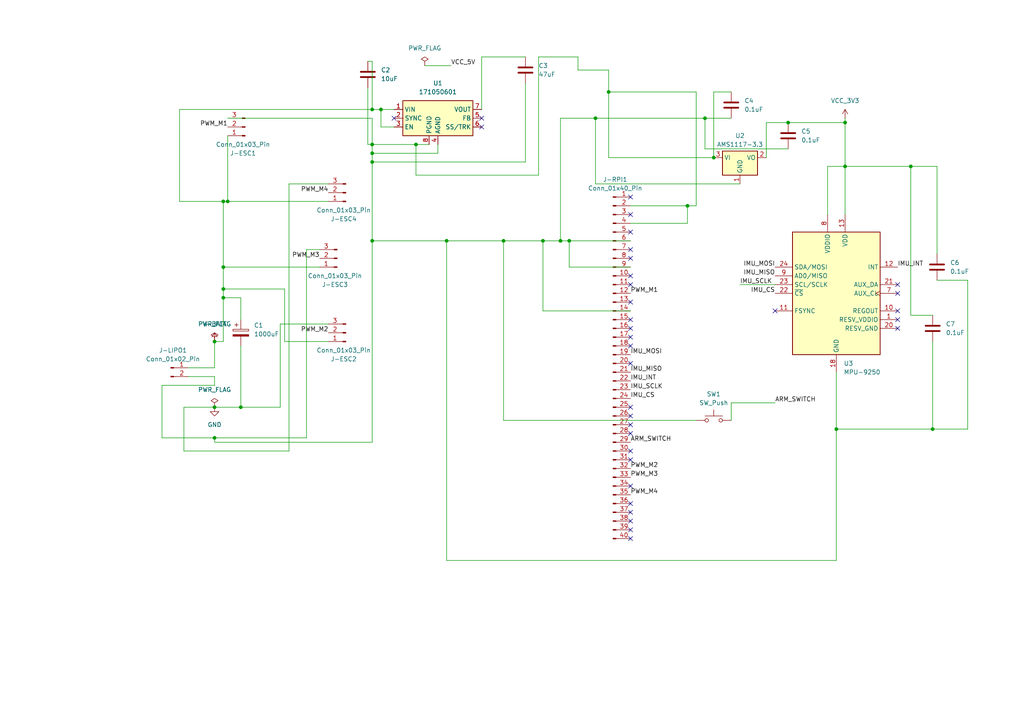
<source format=kicad_sch>
(kicad_sch
	(version 20250114)
	(generator "eeschema")
	(generator_version "9.0")
	(uuid "3082a6fe-9cfb-4d8a-92a1-6e0b9a3f5fb1")
	(paper "A4")
	(lib_symbols
		(symbol "Connector:Conn_01x02_Pin"
			(pin_names
				(offset 1.016)
				(hide yes)
			)
			(exclude_from_sim no)
			(in_bom yes)
			(on_board yes)
			(property "Reference" "J"
				(at 0 2.54 0)
				(effects
					(font
						(size 1.27 1.27)
					)
				)
			)
			(property "Value" "Conn_01x02_Pin"
				(at 0 -5.08 0)
				(effects
					(font
						(size 1.27 1.27)
					)
				)
			)
			(property "Footprint" ""
				(at 0 0 0)
				(effects
					(font
						(size 1.27 1.27)
					)
					(hide yes)
				)
			)
			(property "Datasheet" "~"
				(at 0 0 0)
				(effects
					(font
						(size 1.27 1.27)
					)
					(hide yes)
				)
			)
			(property "Description" "Generic connector, single row, 01x02, script generated"
				(at 0 0 0)
				(effects
					(font
						(size 1.27 1.27)
					)
					(hide yes)
				)
			)
			(property "ki_locked" ""
				(at 0 0 0)
				(effects
					(font
						(size 1.27 1.27)
					)
				)
			)
			(property "ki_keywords" "connector"
				(at 0 0 0)
				(effects
					(font
						(size 1.27 1.27)
					)
					(hide yes)
				)
			)
			(property "ki_fp_filters" "Connector*:*_1x??_*"
				(at 0 0 0)
				(effects
					(font
						(size 1.27 1.27)
					)
					(hide yes)
				)
			)
			(symbol "Conn_01x02_Pin_1_1"
				(rectangle
					(start 0.8636 0.127)
					(end 0 -0.127)
					(stroke
						(width 0.1524)
						(type default)
					)
					(fill
						(type outline)
					)
				)
				(rectangle
					(start 0.8636 -2.413)
					(end 0 -2.667)
					(stroke
						(width 0.1524)
						(type default)
					)
					(fill
						(type outline)
					)
				)
				(polyline
					(pts
						(xy 1.27 0) (xy 0.8636 0)
					)
					(stroke
						(width 0.1524)
						(type default)
					)
					(fill
						(type none)
					)
				)
				(polyline
					(pts
						(xy 1.27 -2.54) (xy 0.8636 -2.54)
					)
					(stroke
						(width 0.1524)
						(type default)
					)
					(fill
						(type none)
					)
				)
				(pin passive line
					(at 5.08 0 180)
					(length 3.81)
					(name "Pin_1"
						(effects
							(font
								(size 1.27 1.27)
							)
						)
					)
					(number "1"
						(effects
							(font
								(size 1.27 1.27)
							)
						)
					)
				)
				(pin passive line
					(at 5.08 -2.54 180)
					(length 3.81)
					(name "Pin_2"
						(effects
							(font
								(size 1.27 1.27)
							)
						)
					)
					(number "2"
						(effects
							(font
								(size 1.27 1.27)
							)
						)
					)
				)
			)
			(embedded_fonts no)
		)
		(symbol "Connector:Conn_01x03_Pin"
			(pin_names
				(offset 1.016)
				(hide yes)
			)
			(exclude_from_sim no)
			(in_bom yes)
			(on_board yes)
			(property "Reference" "J"
				(at 0 5.08 0)
				(effects
					(font
						(size 1.27 1.27)
					)
				)
			)
			(property "Value" "Conn_01x03_Pin"
				(at 0 -5.08 0)
				(effects
					(font
						(size 1.27 1.27)
					)
				)
			)
			(property "Footprint" ""
				(at 0 0 0)
				(effects
					(font
						(size 1.27 1.27)
					)
					(hide yes)
				)
			)
			(property "Datasheet" "~"
				(at 0 0 0)
				(effects
					(font
						(size 1.27 1.27)
					)
					(hide yes)
				)
			)
			(property "Description" "Generic connector, single row, 01x03, script generated"
				(at 0 0 0)
				(effects
					(font
						(size 1.27 1.27)
					)
					(hide yes)
				)
			)
			(property "ki_locked" ""
				(at 0 0 0)
				(effects
					(font
						(size 1.27 1.27)
					)
				)
			)
			(property "ki_keywords" "connector"
				(at 0 0 0)
				(effects
					(font
						(size 1.27 1.27)
					)
					(hide yes)
				)
			)
			(property "ki_fp_filters" "Connector*:*_1x??_*"
				(at 0 0 0)
				(effects
					(font
						(size 1.27 1.27)
					)
					(hide yes)
				)
			)
			(symbol "Conn_01x03_Pin_1_1"
				(rectangle
					(start 0.8636 2.667)
					(end 0 2.413)
					(stroke
						(width 0.1524)
						(type default)
					)
					(fill
						(type outline)
					)
				)
				(rectangle
					(start 0.8636 0.127)
					(end 0 -0.127)
					(stroke
						(width 0.1524)
						(type default)
					)
					(fill
						(type outline)
					)
				)
				(rectangle
					(start 0.8636 -2.413)
					(end 0 -2.667)
					(stroke
						(width 0.1524)
						(type default)
					)
					(fill
						(type outline)
					)
				)
				(polyline
					(pts
						(xy 1.27 2.54) (xy 0.8636 2.54)
					)
					(stroke
						(width 0.1524)
						(type default)
					)
					(fill
						(type none)
					)
				)
				(polyline
					(pts
						(xy 1.27 0) (xy 0.8636 0)
					)
					(stroke
						(width 0.1524)
						(type default)
					)
					(fill
						(type none)
					)
				)
				(polyline
					(pts
						(xy 1.27 -2.54) (xy 0.8636 -2.54)
					)
					(stroke
						(width 0.1524)
						(type default)
					)
					(fill
						(type none)
					)
				)
				(pin passive line
					(at 5.08 2.54 180)
					(length 3.81)
					(name "Pin_1"
						(effects
							(font
								(size 1.27 1.27)
							)
						)
					)
					(number "1"
						(effects
							(font
								(size 1.27 1.27)
							)
						)
					)
				)
				(pin passive line
					(at 5.08 0 180)
					(length 3.81)
					(name "Pin_2"
						(effects
							(font
								(size 1.27 1.27)
							)
						)
					)
					(number "2"
						(effects
							(font
								(size 1.27 1.27)
							)
						)
					)
				)
				(pin passive line
					(at 5.08 -2.54 180)
					(length 3.81)
					(name "Pin_3"
						(effects
							(font
								(size 1.27 1.27)
							)
						)
					)
					(number "3"
						(effects
							(font
								(size 1.27 1.27)
							)
						)
					)
				)
			)
			(embedded_fonts no)
		)
		(symbol "Connector:Conn_01x40_Pin"
			(pin_names
				(offset 1.016)
				(hide yes)
			)
			(exclude_from_sim no)
			(in_bom yes)
			(on_board yes)
			(property "Reference" "J"
				(at 0 50.8 0)
				(effects
					(font
						(size 1.27 1.27)
					)
				)
			)
			(property "Value" "Conn_01x40_Pin"
				(at 0 -53.34 0)
				(effects
					(font
						(size 1.27 1.27)
					)
				)
			)
			(property "Footprint" ""
				(at 0 0 0)
				(effects
					(font
						(size 1.27 1.27)
					)
					(hide yes)
				)
			)
			(property "Datasheet" "~"
				(at 0 0 0)
				(effects
					(font
						(size 1.27 1.27)
					)
					(hide yes)
				)
			)
			(property "Description" "Generic connector, single row, 01x40, script generated"
				(at 0 0 0)
				(effects
					(font
						(size 1.27 1.27)
					)
					(hide yes)
				)
			)
			(property "ki_locked" ""
				(at 0 0 0)
				(effects
					(font
						(size 1.27 1.27)
					)
				)
			)
			(property "ki_keywords" "connector"
				(at 0 0 0)
				(effects
					(font
						(size 1.27 1.27)
					)
					(hide yes)
				)
			)
			(property "ki_fp_filters" "Connector*:*_1x??_*"
				(at 0 0 0)
				(effects
					(font
						(size 1.27 1.27)
					)
					(hide yes)
				)
			)
			(symbol "Conn_01x40_Pin_1_1"
				(rectangle
					(start 0.8636 48.387)
					(end 0 48.133)
					(stroke
						(width 0.1524)
						(type default)
					)
					(fill
						(type outline)
					)
				)
				(rectangle
					(start 0.8636 45.847)
					(end 0 45.593)
					(stroke
						(width 0.1524)
						(type default)
					)
					(fill
						(type outline)
					)
				)
				(rectangle
					(start 0.8636 43.307)
					(end 0 43.053)
					(stroke
						(width 0.1524)
						(type default)
					)
					(fill
						(type outline)
					)
				)
				(rectangle
					(start 0.8636 40.767)
					(end 0 40.513)
					(stroke
						(width 0.1524)
						(type default)
					)
					(fill
						(type outline)
					)
				)
				(rectangle
					(start 0.8636 38.227)
					(end 0 37.973)
					(stroke
						(width 0.1524)
						(type default)
					)
					(fill
						(type outline)
					)
				)
				(rectangle
					(start 0.8636 35.687)
					(end 0 35.433)
					(stroke
						(width 0.1524)
						(type default)
					)
					(fill
						(type outline)
					)
				)
				(rectangle
					(start 0.8636 33.147)
					(end 0 32.893)
					(stroke
						(width 0.1524)
						(type default)
					)
					(fill
						(type outline)
					)
				)
				(rectangle
					(start 0.8636 30.607)
					(end 0 30.353)
					(stroke
						(width 0.1524)
						(type default)
					)
					(fill
						(type outline)
					)
				)
				(rectangle
					(start 0.8636 28.067)
					(end 0 27.813)
					(stroke
						(width 0.1524)
						(type default)
					)
					(fill
						(type outline)
					)
				)
				(rectangle
					(start 0.8636 25.527)
					(end 0 25.273)
					(stroke
						(width 0.1524)
						(type default)
					)
					(fill
						(type outline)
					)
				)
				(rectangle
					(start 0.8636 22.987)
					(end 0 22.733)
					(stroke
						(width 0.1524)
						(type default)
					)
					(fill
						(type outline)
					)
				)
				(rectangle
					(start 0.8636 20.447)
					(end 0 20.193)
					(stroke
						(width 0.1524)
						(type default)
					)
					(fill
						(type outline)
					)
				)
				(rectangle
					(start 0.8636 17.907)
					(end 0 17.653)
					(stroke
						(width 0.1524)
						(type default)
					)
					(fill
						(type outline)
					)
				)
				(rectangle
					(start 0.8636 15.367)
					(end 0 15.113)
					(stroke
						(width 0.1524)
						(type default)
					)
					(fill
						(type outline)
					)
				)
				(rectangle
					(start 0.8636 12.827)
					(end 0 12.573)
					(stroke
						(width 0.1524)
						(type default)
					)
					(fill
						(type outline)
					)
				)
				(rectangle
					(start 0.8636 10.287)
					(end 0 10.033)
					(stroke
						(width 0.1524)
						(type default)
					)
					(fill
						(type outline)
					)
				)
				(rectangle
					(start 0.8636 7.747)
					(end 0 7.493)
					(stroke
						(width 0.1524)
						(type default)
					)
					(fill
						(type outline)
					)
				)
				(rectangle
					(start 0.8636 5.207)
					(end 0 4.953)
					(stroke
						(width 0.1524)
						(type default)
					)
					(fill
						(type outline)
					)
				)
				(rectangle
					(start 0.8636 2.667)
					(end 0 2.413)
					(stroke
						(width 0.1524)
						(type default)
					)
					(fill
						(type outline)
					)
				)
				(rectangle
					(start 0.8636 0.127)
					(end 0 -0.127)
					(stroke
						(width 0.1524)
						(type default)
					)
					(fill
						(type outline)
					)
				)
				(rectangle
					(start 0.8636 -2.413)
					(end 0 -2.667)
					(stroke
						(width 0.1524)
						(type default)
					)
					(fill
						(type outline)
					)
				)
				(rectangle
					(start 0.8636 -4.953)
					(end 0 -5.207)
					(stroke
						(width 0.1524)
						(type default)
					)
					(fill
						(type outline)
					)
				)
				(rectangle
					(start 0.8636 -7.493)
					(end 0 -7.747)
					(stroke
						(width 0.1524)
						(type default)
					)
					(fill
						(type outline)
					)
				)
				(rectangle
					(start 0.8636 -10.033)
					(end 0 -10.287)
					(stroke
						(width 0.1524)
						(type default)
					)
					(fill
						(type outline)
					)
				)
				(rectangle
					(start 0.8636 -12.573)
					(end 0 -12.827)
					(stroke
						(width 0.1524)
						(type default)
					)
					(fill
						(type outline)
					)
				)
				(rectangle
					(start 0.8636 -15.113)
					(end 0 -15.367)
					(stroke
						(width 0.1524)
						(type default)
					)
					(fill
						(type outline)
					)
				)
				(rectangle
					(start 0.8636 -17.653)
					(end 0 -17.907)
					(stroke
						(width 0.1524)
						(type default)
					)
					(fill
						(type outline)
					)
				)
				(rectangle
					(start 0.8636 -20.193)
					(end 0 -20.447)
					(stroke
						(width 0.1524)
						(type default)
					)
					(fill
						(type outline)
					)
				)
				(rectangle
					(start 0.8636 -22.733)
					(end 0 -22.987)
					(stroke
						(width 0.1524)
						(type default)
					)
					(fill
						(type outline)
					)
				)
				(rectangle
					(start 0.8636 -25.273)
					(end 0 -25.527)
					(stroke
						(width 0.1524)
						(type default)
					)
					(fill
						(type outline)
					)
				)
				(rectangle
					(start 0.8636 -27.813)
					(end 0 -28.067)
					(stroke
						(width 0.1524)
						(type default)
					)
					(fill
						(type outline)
					)
				)
				(rectangle
					(start 0.8636 -30.353)
					(end 0 -30.607)
					(stroke
						(width 0.1524)
						(type default)
					)
					(fill
						(type outline)
					)
				)
				(rectangle
					(start 0.8636 -32.893)
					(end 0 -33.147)
					(stroke
						(width 0.1524)
						(type default)
					)
					(fill
						(type outline)
					)
				)
				(rectangle
					(start 0.8636 -35.433)
					(end 0 -35.687)
					(stroke
						(width 0.1524)
						(type default)
					)
					(fill
						(type outline)
					)
				)
				(rectangle
					(start 0.8636 -37.973)
					(end 0 -38.227)
					(stroke
						(width 0.1524)
						(type default)
					)
					(fill
						(type outline)
					)
				)
				(rectangle
					(start 0.8636 -40.513)
					(end 0 -40.767)
					(stroke
						(width 0.1524)
						(type default)
					)
					(fill
						(type outline)
					)
				)
				(rectangle
					(start 0.8636 -43.053)
					(end 0 -43.307)
					(stroke
						(width 0.1524)
						(type default)
					)
					(fill
						(type outline)
					)
				)
				(rectangle
					(start 0.8636 -45.593)
					(end 0 -45.847)
					(stroke
						(width 0.1524)
						(type default)
					)
					(fill
						(type outline)
					)
				)
				(rectangle
					(start 0.8636 -48.133)
					(end 0 -48.387)
					(stroke
						(width 0.1524)
						(type default)
					)
					(fill
						(type outline)
					)
				)
				(rectangle
					(start 0.8636 -50.673)
					(end 0 -50.927)
					(stroke
						(width 0.1524)
						(type default)
					)
					(fill
						(type outline)
					)
				)
				(polyline
					(pts
						(xy 1.27 48.26) (xy 0.8636 48.26)
					)
					(stroke
						(width 0.1524)
						(type default)
					)
					(fill
						(type none)
					)
				)
				(polyline
					(pts
						(xy 1.27 45.72) (xy 0.8636 45.72)
					)
					(stroke
						(width 0.1524)
						(type default)
					)
					(fill
						(type none)
					)
				)
				(polyline
					(pts
						(xy 1.27 43.18) (xy 0.8636 43.18)
					)
					(stroke
						(width 0.1524)
						(type default)
					)
					(fill
						(type none)
					)
				)
				(polyline
					(pts
						(xy 1.27 40.64) (xy 0.8636 40.64)
					)
					(stroke
						(width 0.1524)
						(type default)
					)
					(fill
						(type none)
					)
				)
				(polyline
					(pts
						(xy 1.27 38.1) (xy 0.8636 38.1)
					)
					(stroke
						(width 0.1524)
						(type default)
					)
					(fill
						(type none)
					)
				)
				(polyline
					(pts
						(xy 1.27 35.56) (xy 0.8636 35.56)
					)
					(stroke
						(width 0.1524)
						(type default)
					)
					(fill
						(type none)
					)
				)
				(polyline
					(pts
						(xy 1.27 33.02) (xy 0.8636 33.02)
					)
					(stroke
						(width 0.1524)
						(type default)
					)
					(fill
						(type none)
					)
				)
				(polyline
					(pts
						(xy 1.27 30.48) (xy 0.8636 30.48)
					)
					(stroke
						(width 0.1524)
						(type default)
					)
					(fill
						(type none)
					)
				)
				(polyline
					(pts
						(xy 1.27 27.94) (xy 0.8636 27.94)
					)
					(stroke
						(width 0.1524)
						(type default)
					)
					(fill
						(type none)
					)
				)
				(polyline
					(pts
						(xy 1.27 25.4) (xy 0.8636 25.4)
					)
					(stroke
						(width 0.1524)
						(type default)
					)
					(fill
						(type none)
					)
				)
				(polyline
					(pts
						(xy 1.27 22.86) (xy 0.8636 22.86)
					)
					(stroke
						(width 0.1524)
						(type default)
					)
					(fill
						(type none)
					)
				)
				(polyline
					(pts
						(xy 1.27 20.32) (xy 0.8636 20.32)
					)
					(stroke
						(width 0.1524)
						(type default)
					)
					(fill
						(type none)
					)
				)
				(polyline
					(pts
						(xy 1.27 17.78) (xy 0.8636 17.78)
					)
					(stroke
						(width 0.1524)
						(type default)
					)
					(fill
						(type none)
					)
				)
				(polyline
					(pts
						(xy 1.27 15.24) (xy 0.8636 15.24)
					)
					(stroke
						(width 0.1524)
						(type default)
					)
					(fill
						(type none)
					)
				)
				(polyline
					(pts
						(xy 1.27 12.7) (xy 0.8636 12.7)
					)
					(stroke
						(width 0.1524)
						(type default)
					)
					(fill
						(type none)
					)
				)
				(polyline
					(pts
						(xy 1.27 10.16) (xy 0.8636 10.16)
					)
					(stroke
						(width 0.1524)
						(type default)
					)
					(fill
						(type none)
					)
				)
				(polyline
					(pts
						(xy 1.27 7.62) (xy 0.8636 7.62)
					)
					(stroke
						(width 0.1524)
						(type default)
					)
					(fill
						(type none)
					)
				)
				(polyline
					(pts
						(xy 1.27 5.08) (xy 0.8636 5.08)
					)
					(stroke
						(width 0.1524)
						(type default)
					)
					(fill
						(type none)
					)
				)
				(polyline
					(pts
						(xy 1.27 2.54) (xy 0.8636 2.54)
					)
					(stroke
						(width 0.1524)
						(type default)
					)
					(fill
						(type none)
					)
				)
				(polyline
					(pts
						(xy 1.27 0) (xy 0.8636 0)
					)
					(stroke
						(width 0.1524)
						(type default)
					)
					(fill
						(type none)
					)
				)
				(polyline
					(pts
						(xy 1.27 -2.54) (xy 0.8636 -2.54)
					)
					(stroke
						(width 0.1524)
						(type default)
					)
					(fill
						(type none)
					)
				)
				(polyline
					(pts
						(xy 1.27 -5.08) (xy 0.8636 -5.08)
					)
					(stroke
						(width 0.1524)
						(type default)
					)
					(fill
						(type none)
					)
				)
				(polyline
					(pts
						(xy 1.27 -7.62) (xy 0.8636 -7.62)
					)
					(stroke
						(width 0.1524)
						(type default)
					)
					(fill
						(type none)
					)
				)
				(polyline
					(pts
						(xy 1.27 -10.16) (xy 0.8636 -10.16)
					)
					(stroke
						(width 0.1524)
						(type default)
					)
					(fill
						(type none)
					)
				)
				(polyline
					(pts
						(xy 1.27 -12.7) (xy 0.8636 -12.7)
					)
					(stroke
						(width 0.1524)
						(type default)
					)
					(fill
						(type none)
					)
				)
				(polyline
					(pts
						(xy 1.27 -15.24) (xy 0.8636 -15.24)
					)
					(stroke
						(width 0.1524)
						(type default)
					)
					(fill
						(type none)
					)
				)
				(polyline
					(pts
						(xy 1.27 -17.78) (xy 0.8636 -17.78)
					)
					(stroke
						(width 0.1524)
						(type default)
					)
					(fill
						(type none)
					)
				)
				(polyline
					(pts
						(xy 1.27 -20.32) (xy 0.8636 -20.32)
					)
					(stroke
						(width 0.1524)
						(type default)
					)
					(fill
						(type none)
					)
				)
				(polyline
					(pts
						(xy 1.27 -22.86) (xy 0.8636 -22.86)
					)
					(stroke
						(width 0.1524)
						(type default)
					)
					(fill
						(type none)
					)
				)
				(polyline
					(pts
						(xy 1.27 -25.4) (xy 0.8636 -25.4)
					)
					(stroke
						(width 0.1524)
						(type default)
					)
					(fill
						(type none)
					)
				)
				(polyline
					(pts
						(xy 1.27 -27.94) (xy 0.8636 -27.94)
					)
					(stroke
						(width 0.1524)
						(type default)
					)
					(fill
						(type none)
					)
				)
				(polyline
					(pts
						(xy 1.27 -30.48) (xy 0.8636 -30.48)
					)
					(stroke
						(width 0.1524)
						(type default)
					)
					(fill
						(type none)
					)
				)
				(polyline
					(pts
						(xy 1.27 -33.02) (xy 0.8636 -33.02)
					)
					(stroke
						(width 0.1524)
						(type default)
					)
					(fill
						(type none)
					)
				)
				(polyline
					(pts
						(xy 1.27 -35.56) (xy 0.8636 -35.56)
					)
					(stroke
						(width 0.1524)
						(type default)
					)
					(fill
						(type none)
					)
				)
				(polyline
					(pts
						(xy 1.27 -38.1) (xy 0.8636 -38.1)
					)
					(stroke
						(width 0.1524)
						(type default)
					)
					(fill
						(type none)
					)
				)
				(polyline
					(pts
						(xy 1.27 -40.64) (xy 0.8636 -40.64)
					)
					(stroke
						(width 0.1524)
						(type default)
					)
					(fill
						(type none)
					)
				)
				(polyline
					(pts
						(xy 1.27 -43.18) (xy 0.8636 -43.18)
					)
					(stroke
						(width 0.1524)
						(type default)
					)
					(fill
						(type none)
					)
				)
				(polyline
					(pts
						(xy 1.27 -45.72) (xy 0.8636 -45.72)
					)
					(stroke
						(width 0.1524)
						(type default)
					)
					(fill
						(type none)
					)
				)
				(polyline
					(pts
						(xy 1.27 -48.26) (xy 0.8636 -48.26)
					)
					(stroke
						(width 0.1524)
						(type default)
					)
					(fill
						(type none)
					)
				)
				(polyline
					(pts
						(xy 1.27 -50.8) (xy 0.8636 -50.8)
					)
					(stroke
						(width 0.1524)
						(type default)
					)
					(fill
						(type none)
					)
				)
				(pin passive line
					(at 5.08 48.26 180)
					(length 3.81)
					(name "Pin_1"
						(effects
							(font
								(size 1.27 1.27)
							)
						)
					)
					(number "1"
						(effects
							(font
								(size 1.27 1.27)
							)
						)
					)
				)
				(pin passive line
					(at 5.08 45.72 180)
					(length 3.81)
					(name "Pin_2"
						(effects
							(font
								(size 1.27 1.27)
							)
						)
					)
					(number "2"
						(effects
							(font
								(size 1.27 1.27)
							)
						)
					)
				)
				(pin passive line
					(at 5.08 43.18 180)
					(length 3.81)
					(name "Pin_3"
						(effects
							(font
								(size 1.27 1.27)
							)
						)
					)
					(number "3"
						(effects
							(font
								(size 1.27 1.27)
							)
						)
					)
				)
				(pin passive line
					(at 5.08 40.64 180)
					(length 3.81)
					(name "Pin_4"
						(effects
							(font
								(size 1.27 1.27)
							)
						)
					)
					(number "4"
						(effects
							(font
								(size 1.27 1.27)
							)
						)
					)
				)
				(pin passive line
					(at 5.08 38.1 180)
					(length 3.81)
					(name "Pin_5"
						(effects
							(font
								(size 1.27 1.27)
							)
						)
					)
					(number "5"
						(effects
							(font
								(size 1.27 1.27)
							)
						)
					)
				)
				(pin passive line
					(at 5.08 35.56 180)
					(length 3.81)
					(name "Pin_6"
						(effects
							(font
								(size 1.27 1.27)
							)
						)
					)
					(number "6"
						(effects
							(font
								(size 1.27 1.27)
							)
						)
					)
				)
				(pin passive line
					(at 5.08 33.02 180)
					(length 3.81)
					(name "Pin_7"
						(effects
							(font
								(size 1.27 1.27)
							)
						)
					)
					(number "7"
						(effects
							(font
								(size 1.27 1.27)
							)
						)
					)
				)
				(pin passive line
					(at 5.08 30.48 180)
					(length 3.81)
					(name "Pin_8"
						(effects
							(font
								(size 1.27 1.27)
							)
						)
					)
					(number "8"
						(effects
							(font
								(size 1.27 1.27)
							)
						)
					)
				)
				(pin passive line
					(at 5.08 27.94 180)
					(length 3.81)
					(name "Pin_9"
						(effects
							(font
								(size 1.27 1.27)
							)
						)
					)
					(number "9"
						(effects
							(font
								(size 1.27 1.27)
							)
						)
					)
				)
				(pin passive line
					(at 5.08 25.4 180)
					(length 3.81)
					(name "Pin_10"
						(effects
							(font
								(size 1.27 1.27)
							)
						)
					)
					(number "10"
						(effects
							(font
								(size 1.27 1.27)
							)
						)
					)
				)
				(pin passive line
					(at 5.08 22.86 180)
					(length 3.81)
					(name "Pin_11"
						(effects
							(font
								(size 1.27 1.27)
							)
						)
					)
					(number "11"
						(effects
							(font
								(size 1.27 1.27)
							)
						)
					)
				)
				(pin passive line
					(at 5.08 20.32 180)
					(length 3.81)
					(name "Pin_12"
						(effects
							(font
								(size 1.27 1.27)
							)
						)
					)
					(number "12"
						(effects
							(font
								(size 1.27 1.27)
							)
						)
					)
				)
				(pin passive line
					(at 5.08 17.78 180)
					(length 3.81)
					(name "Pin_13"
						(effects
							(font
								(size 1.27 1.27)
							)
						)
					)
					(number "13"
						(effects
							(font
								(size 1.27 1.27)
							)
						)
					)
				)
				(pin passive line
					(at 5.08 15.24 180)
					(length 3.81)
					(name "Pin_14"
						(effects
							(font
								(size 1.27 1.27)
							)
						)
					)
					(number "14"
						(effects
							(font
								(size 1.27 1.27)
							)
						)
					)
				)
				(pin passive line
					(at 5.08 12.7 180)
					(length 3.81)
					(name "Pin_15"
						(effects
							(font
								(size 1.27 1.27)
							)
						)
					)
					(number "15"
						(effects
							(font
								(size 1.27 1.27)
							)
						)
					)
				)
				(pin passive line
					(at 5.08 10.16 180)
					(length 3.81)
					(name "Pin_16"
						(effects
							(font
								(size 1.27 1.27)
							)
						)
					)
					(number "16"
						(effects
							(font
								(size 1.27 1.27)
							)
						)
					)
				)
				(pin passive line
					(at 5.08 7.62 180)
					(length 3.81)
					(name "Pin_17"
						(effects
							(font
								(size 1.27 1.27)
							)
						)
					)
					(number "17"
						(effects
							(font
								(size 1.27 1.27)
							)
						)
					)
				)
				(pin passive line
					(at 5.08 5.08 180)
					(length 3.81)
					(name "Pin_18"
						(effects
							(font
								(size 1.27 1.27)
							)
						)
					)
					(number "18"
						(effects
							(font
								(size 1.27 1.27)
							)
						)
					)
				)
				(pin passive line
					(at 5.08 2.54 180)
					(length 3.81)
					(name "Pin_19"
						(effects
							(font
								(size 1.27 1.27)
							)
						)
					)
					(number "19"
						(effects
							(font
								(size 1.27 1.27)
							)
						)
					)
				)
				(pin passive line
					(at 5.08 0 180)
					(length 3.81)
					(name "Pin_20"
						(effects
							(font
								(size 1.27 1.27)
							)
						)
					)
					(number "20"
						(effects
							(font
								(size 1.27 1.27)
							)
						)
					)
				)
				(pin passive line
					(at 5.08 -2.54 180)
					(length 3.81)
					(name "Pin_21"
						(effects
							(font
								(size 1.27 1.27)
							)
						)
					)
					(number "21"
						(effects
							(font
								(size 1.27 1.27)
							)
						)
					)
				)
				(pin passive line
					(at 5.08 -5.08 180)
					(length 3.81)
					(name "Pin_22"
						(effects
							(font
								(size 1.27 1.27)
							)
						)
					)
					(number "22"
						(effects
							(font
								(size 1.27 1.27)
							)
						)
					)
				)
				(pin passive line
					(at 5.08 -7.62 180)
					(length 3.81)
					(name "Pin_23"
						(effects
							(font
								(size 1.27 1.27)
							)
						)
					)
					(number "23"
						(effects
							(font
								(size 1.27 1.27)
							)
						)
					)
				)
				(pin passive line
					(at 5.08 -10.16 180)
					(length 3.81)
					(name "Pin_24"
						(effects
							(font
								(size 1.27 1.27)
							)
						)
					)
					(number "24"
						(effects
							(font
								(size 1.27 1.27)
							)
						)
					)
				)
				(pin passive line
					(at 5.08 -12.7 180)
					(length 3.81)
					(name "Pin_25"
						(effects
							(font
								(size 1.27 1.27)
							)
						)
					)
					(number "25"
						(effects
							(font
								(size 1.27 1.27)
							)
						)
					)
				)
				(pin passive line
					(at 5.08 -15.24 180)
					(length 3.81)
					(name "Pin_26"
						(effects
							(font
								(size 1.27 1.27)
							)
						)
					)
					(number "26"
						(effects
							(font
								(size 1.27 1.27)
							)
						)
					)
				)
				(pin passive line
					(at 5.08 -17.78 180)
					(length 3.81)
					(name "Pin_27"
						(effects
							(font
								(size 1.27 1.27)
							)
						)
					)
					(number "27"
						(effects
							(font
								(size 1.27 1.27)
							)
						)
					)
				)
				(pin passive line
					(at 5.08 -20.32 180)
					(length 3.81)
					(name "Pin_28"
						(effects
							(font
								(size 1.27 1.27)
							)
						)
					)
					(number "28"
						(effects
							(font
								(size 1.27 1.27)
							)
						)
					)
				)
				(pin passive line
					(at 5.08 -22.86 180)
					(length 3.81)
					(name "Pin_29"
						(effects
							(font
								(size 1.27 1.27)
							)
						)
					)
					(number "29"
						(effects
							(font
								(size 1.27 1.27)
							)
						)
					)
				)
				(pin passive line
					(at 5.08 -25.4 180)
					(length 3.81)
					(name "Pin_30"
						(effects
							(font
								(size 1.27 1.27)
							)
						)
					)
					(number "30"
						(effects
							(font
								(size 1.27 1.27)
							)
						)
					)
				)
				(pin passive line
					(at 5.08 -27.94 180)
					(length 3.81)
					(name "Pin_31"
						(effects
							(font
								(size 1.27 1.27)
							)
						)
					)
					(number "31"
						(effects
							(font
								(size 1.27 1.27)
							)
						)
					)
				)
				(pin passive line
					(at 5.08 -30.48 180)
					(length 3.81)
					(name "Pin_32"
						(effects
							(font
								(size 1.27 1.27)
							)
						)
					)
					(number "32"
						(effects
							(font
								(size 1.27 1.27)
							)
						)
					)
				)
				(pin passive line
					(at 5.08 -33.02 180)
					(length 3.81)
					(name "Pin_33"
						(effects
							(font
								(size 1.27 1.27)
							)
						)
					)
					(number "33"
						(effects
							(font
								(size 1.27 1.27)
							)
						)
					)
				)
				(pin passive line
					(at 5.08 -35.56 180)
					(length 3.81)
					(name "Pin_34"
						(effects
							(font
								(size 1.27 1.27)
							)
						)
					)
					(number "34"
						(effects
							(font
								(size 1.27 1.27)
							)
						)
					)
				)
				(pin passive line
					(at 5.08 -38.1 180)
					(length 3.81)
					(name "Pin_35"
						(effects
							(font
								(size 1.27 1.27)
							)
						)
					)
					(number "35"
						(effects
							(font
								(size 1.27 1.27)
							)
						)
					)
				)
				(pin passive line
					(at 5.08 -40.64 180)
					(length 3.81)
					(name "Pin_36"
						(effects
							(font
								(size 1.27 1.27)
							)
						)
					)
					(number "36"
						(effects
							(font
								(size 1.27 1.27)
							)
						)
					)
				)
				(pin passive line
					(at 5.08 -43.18 180)
					(length 3.81)
					(name "Pin_37"
						(effects
							(font
								(size 1.27 1.27)
							)
						)
					)
					(number "37"
						(effects
							(font
								(size 1.27 1.27)
							)
						)
					)
				)
				(pin passive line
					(at 5.08 -45.72 180)
					(length 3.81)
					(name "Pin_38"
						(effects
							(font
								(size 1.27 1.27)
							)
						)
					)
					(number "38"
						(effects
							(font
								(size 1.27 1.27)
							)
						)
					)
				)
				(pin passive line
					(at 5.08 -48.26 180)
					(length 3.81)
					(name "Pin_39"
						(effects
							(font
								(size 1.27 1.27)
							)
						)
					)
					(number "39"
						(effects
							(font
								(size 1.27 1.27)
							)
						)
					)
				)
				(pin passive line
					(at 5.08 -50.8 180)
					(length 3.81)
					(name "Pin_40"
						(effects
							(font
								(size 1.27 1.27)
							)
						)
					)
					(number "40"
						(effects
							(font
								(size 1.27 1.27)
							)
						)
					)
				)
			)
			(embedded_fonts no)
		)
		(symbol "Device:C"
			(pin_numbers
				(hide yes)
			)
			(pin_names
				(offset 0.254)
			)
			(exclude_from_sim no)
			(in_bom yes)
			(on_board yes)
			(property "Reference" "C"
				(at 0.635 2.54 0)
				(effects
					(font
						(size 1.27 1.27)
					)
					(justify left)
				)
			)
			(property "Value" "C"
				(at 0.635 -2.54 0)
				(effects
					(font
						(size 1.27 1.27)
					)
					(justify left)
				)
			)
			(property "Footprint" ""
				(at 0.9652 -3.81 0)
				(effects
					(font
						(size 1.27 1.27)
					)
					(hide yes)
				)
			)
			(property "Datasheet" "~"
				(at 0 0 0)
				(effects
					(font
						(size 1.27 1.27)
					)
					(hide yes)
				)
			)
			(property "Description" "Unpolarized capacitor"
				(at 0 0 0)
				(effects
					(font
						(size 1.27 1.27)
					)
					(hide yes)
				)
			)
			(property "ki_keywords" "cap capacitor"
				(at 0 0 0)
				(effects
					(font
						(size 1.27 1.27)
					)
					(hide yes)
				)
			)
			(property "ki_fp_filters" "C_*"
				(at 0 0 0)
				(effects
					(font
						(size 1.27 1.27)
					)
					(hide yes)
				)
			)
			(symbol "C_0_1"
				(polyline
					(pts
						(xy -2.032 0.762) (xy 2.032 0.762)
					)
					(stroke
						(width 0.508)
						(type default)
					)
					(fill
						(type none)
					)
				)
				(polyline
					(pts
						(xy -2.032 -0.762) (xy 2.032 -0.762)
					)
					(stroke
						(width 0.508)
						(type default)
					)
					(fill
						(type none)
					)
				)
			)
			(symbol "C_1_1"
				(pin passive line
					(at 0 3.81 270)
					(length 2.794)
					(name "~"
						(effects
							(font
								(size 1.27 1.27)
							)
						)
					)
					(number "1"
						(effects
							(font
								(size 1.27 1.27)
							)
						)
					)
				)
				(pin passive line
					(at 0 -3.81 90)
					(length 2.794)
					(name "~"
						(effects
							(font
								(size 1.27 1.27)
							)
						)
					)
					(number "2"
						(effects
							(font
								(size 1.27 1.27)
							)
						)
					)
				)
			)
			(embedded_fonts no)
		)
		(symbol "Device:C_Polarized"
			(pin_numbers
				(hide yes)
			)
			(pin_names
				(offset 0.254)
			)
			(exclude_from_sim no)
			(in_bom yes)
			(on_board yes)
			(property "Reference" "C"
				(at 0.635 2.54 0)
				(effects
					(font
						(size 1.27 1.27)
					)
					(justify left)
				)
			)
			(property "Value" "C_Polarized"
				(at 0.635 -2.54 0)
				(effects
					(font
						(size 1.27 1.27)
					)
					(justify left)
				)
			)
			(property "Footprint" ""
				(at 0.9652 -3.81 0)
				(effects
					(font
						(size 1.27 1.27)
					)
					(hide yes)
				)
			)
			(property "Datasheet" "~"
				(at 0 0 0)
				(effects
					(font
						(size 1.27 1.27)
					)
					(hide yes)
				)
			)
			(property "Description" "Polarized capacitor"
				(at 0 0 0)
				(effects
					(font
						(size 1.27 1.27)
					)
					(hide yes)
				)
			)
			(property "ki_keywords" "cap capacitor"
				(at 0 0 0)
				(effects
					(font
						(size 1.27 1.27)
					)
					(hide yes)
				)
			)
			(property "ki_fp_filters" "CP_*"
				(at 0 0 0)
				(effects
					(font
						(size 1.27 1.27)
					)
					(hide yes)
				)
			)
			(symbol "C_Polarized_0_1"
				(rectangle
					(start -2.286 0.508)
					(end 2.286 1.016)
					(stroke
						(width 0)
						(type default)
					)
					(fill
						(type none)
					)
				)
				(polyline
					(pts
						(xy -1.778 2.286) (xy -0.762 2.286)
					)
					(stroke
						(width 0)
						(type default)
					)
					(fill
						(type none)
					)
				)
				(polyline
					(pts
						(xy -1.27 2.794) (xy -1.27 1.778)
					)
					(stroke
						(width 0)
						(type default)
					)
					(fill
						(type none)
					)
				)
				(rectangle
					(start 2.286 -0.508)
					(end -2.286 -1.016)
					(stroke
						(width 0)
						(type default)
					)
					(fill
						(type outline)
					)
				)
			)
			(symbol "C_Polarized_1_1"
				(pin passive line
					(at 0 3.81 270)
					(length 2.794)
					(name "~"
						(effects
							(font
								(size 1.27 1.27)
							)
						)
					)
					(number "1"
						(effects
							(font
								(size 1.27 1.27)
							)
						)
					)
				)
				(pin passive line
					(at 0 -3.81 90)
					(length 2.794)
					(name "~"
						(effects
							(font
								(size 1.27 1.27)
							)
						)
					)
					(number "2"
						(effects
							(font
								(size 1.27 1.27)
							)
						)
					)
				)
			)
			(embedded_fonts no)
		)
		(symbol "Regulator_Linear:AMS1117-3.3"
			(exclude_from_sim no)
			(in_bom yes)
			(on_board yes)
			(property "Reference" "U"
				(at -3.81 3.175 0)
				(effects
					(font
						(size 1.27 1.27)
					)
				)
			)
			(property "Value" "AMS1117-3.3"
				(at 0 3.175 0)
				(effects
					(font
						(size 1.27 1.27)
					)
					(justify left)
				)
			)
			(property "Footprint" "Package_TO_SOT_SMD:SOT-223-3_TabPin2"
				(at 0 5.08 0)
				(effects
					(font
						(size 1.27 1.27)
					)
					(hide yes)
				)
			)
			(property "Datasheet" "http://www.advanced-monolithic.com/pdf/ds1117.pdf"
				(at 2.54 -6.35 0)
				(effects
					(font
						(size 1.27 1.27)
					)
					(hide yes)
				)
			)
			(property "Description" "1A Low Dropout regulator, positive, 3.3V fixed output, SOT-223"
				(at 0 0 0)
				(effects
					(font
						(size 1.27 1.27)
					)
					(hide yes)
				)
			)
			(property "ki_keywords" "linear regulator ldo fixed positive"
				(at 0 0 0)
				(effects
					(font
						(size 1.27 1.27)
					)
					(hide yes)
				)
			)
			(property "ki_fp_filters" "SOT?223*TabPin2*"
				(at 0 0 0)
				(effects
					(font
						(size 1.27 1.27)
					)
					(hide yes)
				)
			)
			(symbol "AMS1117-3.3_0_1"
				(rectangle
					(start -5.08 -5.08)
					(end 5.08 1.905)
					(stroke
						(width 0.254)
						(type default)
					)
					(fill
						(type background)
					)
				)
			)
			(symbol "AMS1117-3.3_1_1"
				(pin power_in line
					(at -7.62 0 0)
					(length 2.54)
					(name "VI"
						(effects
							(font
								(size 1.27 1.27)
							)
						)
					)
					(number "3"
						(effects
							(font
								(size 1.27 1.27)
							)
						)
					)
				)
				(pin power_in line
					(at 0 -7.62 90)
					(length 2.54)
					(name "GND"
						(effects
							(font
								(size 1.27 1.27)
							)
						)
					)
					(number "1"
						(effects
							(font
								(size 1.27 1.27)
							)
						)
					)
				)
				(pin power_out line
					(at 7.62 0 180)
					(length 2.54)
					(name "VO"
						(effects
							(font
								(size 1.27 1.27)
							)
						)
					)
					(number "2"
						(effects
							(font
								(size 1.27 1.27)
							)
						)
					)
				)
			)
			(embedded_fonts no)
		)
		(symbol "Regulator_Switching:171050601"
			(exclude_from_sim no)
			(in_bom yes)
			(on_board yes)
			(property "Reference" "U"
				(at -8.89 6.35 0)
				(effects
					(font
						(size 1.27 1.27)
					)
				)
			)
			(property "Value" "171050601"
				(at 6.35 6.35 0)
				(effects
					(font
						(size 1.27 1.27)
					)
				)
			)
			(property "Footprint" "Package_TO_SOT_SMD:TO-263-7_TabPin8"
				(at 0 0 0)
				(effects
					(font
						(size 1.27 1.27)
					)
					(hide yes)
				)
			)
			(property "Datasheet" "https://katalog.we-online.de/pm/datasheet/171050601.pdf"
				(at -1.27 19.05 0)
				(effects
					(font
						(size 1.27 1.27)
					)
					(hide yes)
				)
			)
			(property "Description" "MagI3C Power Module, Variable Step Down Regulator Module, 6 to 36V Input Voltage, 0.8 to 6V, 5A Output, TO-263"
				(at 0 0 0)
				(effects
					(font
						(size 1.27 1.27)
					)
					(hide yes)
				)
			)
			(property "ki_keywords" "power module regulator"
				(at 0 0 0)
				(effects
					(font
						(size 1.27 1.27)
					)
					(hide yes)
				)
			)
			(property "ki_fp_filters" "TO*263*TabPin8*"
				(at 0 0 0)
				(effects
					(font
						(size 1.27 1.27)
					)
					(hide yes)
				)
			)
			(symbol "171050601_0_1"
				(rectangle
					(start -10.16 5.08)
					(end 10.16 -5.08)
					(stroke
						(width 0.254)
						(type default)
					)
					(fill
						(type background)
					)
				)
			)
			(symbol "171050601_1_1"
				(pin power_in line
					(at -12.7 2.54 0)
					(length 2.54)
					(name "VIN"
						(effects
							(font
								(size 1.27 1.27)
							)
						)
					)
					(number "1"
						(effects
							(font
								(size 1.27 1.27)
							)
						)
					)
				)
				(pin input line
					(at -12.7 0 0)
					(length 2.54)
					(name "SYNC"
						(effects
							(font
								(size 1.27 1.27)
							)
						)
					)
					(number "2"
						(effects
							(font
								(size 1.27 1.27)
							)
						)
					)
				)
				(pin input line
					(at -12.7 -2.54 0)
					(length 2.54)
					(name "EN"
						(effects
							(font
								(size 1.27 1.27)
							)
						)
					)
					(number "3"
						(effects
							(font
								(size 1.27 1.27)
							)
						)
					)
				)
				(pin power_in line
					(at -2.54 -7.62 90)
					(length 2.54)
					(name "PGND"
						(effects
							(font
								(size 1.27 1.27)
							)
						)
					)
					(number "8"
						(effects
							(font
								(size 1.27 1.27)
							)
						)
					)
				)
				(pin power_in line
					(at 0 -7.62 90)
					(length 2.54)
					(name "AGND"
						(effects
							(font
								(size 1.27 1.27)
							)
						)
					)
					(number "4"
						(effects
							(font
								(size 1.27 1.27)
							)
						)
					)
				)
				(pin power_out line
					(at 12.7 2.54 180)
					(length 2.54)
					(name "VOUT"
						(effects
							(font
								(size 1.27 1.27)
							)
						)
					)
					(number "7"
						(effects
							(font
								(size 1.27 1.27)
							)
						)
					)
				)
				(pin input line
					(at 12.7 0 180)
					(length 2.54)
					(name "FB"
						(effects
							(font
								(size 1.27 1.27)
							)
						)
					)
					(number "5"
						(effects
							(font
								(size 1.27 1.27)
							)
						)
					)
				)
				(pin input line
					(at 12.7 -2.54 180)
					(length 2.54)
					(name "SS/TRK"
						(effects
							(font
								(size 1.27 1.27)
							)
						)
					)
					(number "6"
						(effects
							(font
								(size 1.27 1.27)
							)
						)
					)
				)
			)
			(embedded_fonts no)
		)
		(symbol "Sensor_Motion:MPU-9250"
			(exclude_from_sim no)
			(in_bom yes)
			(on_board yes)
			(property "Reference" "U"
				(at -11.43 19.05 0)
				(effects
					(font
						(size 1.27 1.27)
					)
				)
			)
			(property "Value" "MPU-9250"
				(at 7.62 -19.05 0)
				(effects
					(font
						(size 1.27 1.27)
					)
				)
			)
			(property "Footprint" "Sensor_Motion:InvenSense_QFN-24_3x3mm_P0.4mm"
				(at 0 -25.4 0)
				(effects
					(font
						(size 1.27 1.27)
					)
					(hide yes)
				)
			)
			(property "Datasheet" "https://invensense.tdk.com/wp-content/uploads/2015/02/PS-MPU-9250A-01-v1.1.pdf"
				(at 0 -3.81 0)
				(effects
					(font
						(size 1.27 1.27)
					)
					(hide yes)
				)
			)
			(property "Description" "InvenSense 9-Axis Motion Sensor, Accelerometer, Gyroscope, Compass, I2C/SPI"
				(at 0 0 0)
				(effects
					(font
						(size 1.27 1.27)
					)
					(hide yes)
				)
			)
			(property "ki_keywords" "mems magnetometer"
				(at 0 0 0)
				(effects
					(font
						(size 1.27 1.27)
					)
					(hide yes)
				)
			)
			(property "ki_fp_filters" "*QFN?24*3x3mm*P0.4mm*"
				(at 0 0 0)
				(effects
					(font
						(size 1.27 1.27)
					)
					(hide yes)
				)
			)
			(symbol "MPU-9250_0_1"
				(rectangle
					(start -12.7 17.78)
					(end 12.7 -17.78)
					(stroke
						(width 0.254)
						(type default)
					)
					(fill
						(type background)
					)
				)
			)
			(symbol "MPU-9250_1_1"
				(pin bidirectional line
					(at -17.78 7.62 0)
					(length 5.08)
					(name "SDA/MOSI"
						(effects
							(font
								(size 1.27 1.27)
							)
						)
					)
					(number "24"
						(effects
							(font
								(size 1.27 1.27)
							)
						)
					)
				)
				(pin bidirectional line
					(at -17.78 5.08 0)
					(length 5.08)
					(name "AD0/MISO"
						(effects
							(font
								(size 1.27 1.27)
							)
						)
					)
					(number "9"
						(effects
							(font
								(size 1.27 1.27)
							)
						)
					)
				)
				(pin input line
					(at -17.78 2.54 0)
					(length 5.08)
					(name "SCL/SCLK"
						(effects
							(font
								(size 1.27 1.27)
							)
						)
					)
					(number "23"
						(effects
							(font
								(size 1.27 1.27)
							)
						)
					)
				)
				(pin input line
					(at -17.78 0 0)
					(length 5.08)
					(name "~{CS}"
						(effects
							(font
								(size 1.27 1.27)
							)
						)
					)
					(number "22"
						(effects
							(font
								(size 1.27 1.27)
							)
						)
					)
				)
				(pin input line
					(at -17.78 -5.08 0)
					(length 5.08)
					(name "FSYNC"
						(effects
							(font
								(size 1.27 1.27)
							)
						)
					)
					(number "11"
						(effects
							(font
								(size 1.27 1.27)
							)
						)
					)
				)
				(pin power_in line
					(at -2.54 22.86 270)
					(length 5.08)
					(name "VDDIO"
						(effects
							(font
								(size 1.27 1.27)
							)
						)
					)
					(number "8"
						(effects
							(font
								(size 1.27 1.27)
							)
						)
					)
				)
				(pin power_in line
					(at 0 -22.86 90)
					(length 5.08)
					(name "GND"
						(effects
							(font
								(size 1.27 1.27)
							)
						)
					)
					(number "18"
						(effects
							(font
								(size 1.27 1.27)
							)
						)
					)
				)
				(pin power_in line
					(at 2.54 22.86 270)
					(length 5.08)
					(name "VDD"
						(effects
							(font
								(size 1.27 1.27)
							)
						)
					)
					(number "13"
						(effects
							(font
								(size 1.27 1.27)
							)
						)
					)
				)
				(pin output line
					(at 17.78 7.62 180)
					(length 5.08)
					(name "INT"
						(effects
							(font
								(size 1.27 1.27)
							)
						)
					)
					(number "12"
						(effects
							(font
								(size 1.27 1.27)
							)
						)
					)
				)
				(pin bidirectional line
					(at 17.78 2.54 180)
					(length 5.08)
					(name "AUX_DA"
						(effects
							(font
								(size 1.27 1.27)
							)
						)
					)
					(number "21"
						(effects
							(font
								(size 1.27 1.27)
							)
						)
					)
				)
				(pin output clock
					(at 17.78 0 180)
					(length 5.08)
					(name "AUX_CL"
						(effects
							(font
								(size 1.27 1.27)
							)
						)
					)
					(number "7"
						(effects
							(font
								(size 1.27 1.27)
							)
						)
					)
				)
				(pin passive line
					(at 17.78 -5.08 180)
					(length 5.08)
					(name "REGOUT"
						(effects
							(font
								(size 1.27 1.27)
							)
						)
					)
					(number "10"
						(effects
							(font
								(size 1.27 1.27)
							)
						)
					)
				)
				(pin input line
					(at 17.78 -7.62 180)
					(length 5.08)
					(name "RESV_VDDIO"
						(effects
							(font
								(size 1.27 1.27)
							)
						)
					)
					(number "1"
						(effects
							(font
								(size 1.27 1.27)
							)
						)
					)
				)
				(pin power_in line
					(at 17.78 -10.16 180)
					(length 5.08)
					(name "RESV_GND"
						(effects
							(font
								(size 1.27 1.27)
							)
						)
					)
					(number "20"
						(effects
							(font
								(size 1.27 1.27)
							)
						)
					)
				)
			)
			(embedded_fonts no)
		)
		(symbol "Switch:SW_Push"
			(pin_numbers
				(hide yes)
			)
			(pin_names
				(offset 1.016)
				(hide yes)
			)
			(exclude_from_sim no)
			(in_bom yes)
			(on_board yes)
			(property "Reference" "SW"
				(at 1.27 2.54 0)
				(effects
					(font
						(size 1.27 1.27)
					)
					(justify left)
				)
			)
			(property "Value" "SW_Push"
				(at 0 -1.524 0)
				(effects
					(font
						(size 1.27 1.27)
					)
				)
			)
			(property "Footprint" ""
				(at 0 5.08 0)
				(effects
					(font
						(size 1.27 1.27)
					)
					(hide yes)
				)
			)
			(property "Datasheet" "~"
				(at 0 5.08 0)
				(effects
					(font
						(size 1.27 1.27)
					)
					(hide yes)
				)
			)
			(property "Description" "Push button switch, generic, two pins"
				(at 0 0 0)
				(effects
					(font
						(size 1.27 1.27)
					)
					(hide yes)
				)
			)
			(property "ki_keywords" "switch normally-open pushbutton push-button"
				(at 0 0 0)
				(effects
					(font
						(size 1.27 1.27)
					)
					(hide yes)
				)
			)
			(symbol "SW_Push_0_1"
				(circle
					(center -2.032 0)
					(radius 0.508)
					(stroke
						(width 0)
						(type default)
					)
					(fill
						(type none)
					)
				)
				(polyline
					(pts
						(xy 0 1.27) (xy 0 3.048)
					)
					(stroke
						(width 0)
						(type default)
					)
					(fill
						(type none)
					)
				)
				(circle
					(center 2.032 0)
					(radius 0.508)
					(stroke
						(width 0)
						(type default)
					)
					(fill
						(type none)
					)
				)
				(polyline
					(pts
						(xy 2.54 1.27) (xy -2.54 1.27)
					)
					(stroke
						(width 0)
						(type default)
					)
					(fill
						(type none)
					)
				)
				(pin passive line
					(at -5.08 0 0)
					(length 2.54)
					(name "1"
						(effects
							(font
								(size 1.27 1.27)
							)
						)
					)
					(number "1"
						(effects
							(font
								(size 1.27 1.27)
							)
						)
					)
				)
				(pin passive line
					(at 5.08 0 180)
					(length 2.54)
					(name "2"
						(effects
							(font
								(size 1.27 1.27)
							)
						)
					)
					(number "2"
						(effects
							(font
								(size 1.27 1.27)
							)
						)
					)
				)
			)
			(embedded_fonts no)
		)
		(symbol "power:GND"
			(power)
			(pin_numbers
				(hide yes)
			)
			(pin_names
				(offset 0)
				(hide yes)
			)
			(exclude_from_sim no)
			(in_bom yes)
			(on_board yes)
			(property "Reference" "#PWR"
				(at 0 -6.35 0)
				(effects
					(font
						(size 1.27 1.27)
					)
					(hide yes)
				)
			)
			(property "Value" "GND"
				(at 0 -3.81 0)
				(effects
					(font
						(size 1.27 1.27)
					)
				)
			)
			(property "Footprint" ""
				(at 0 0 0)
				(effects
					(font
						(size 1.27 1.27)
					)
					(hide yes)
				)
			)
			(property "Datasheet" ""
				(at 0 0 0)
				(effects
					(font
						(size 1.27 1.27)
					)
					(hide yes)
				)
			)
			(property "Description" "Power symbol creates a global label with name \"GND\" , ground"
				(at 0 0 0)
				(effects
					(font
						(size 1.27 1.27)
					)
					(hide yes)
				)
			)
			(property "ki_keywords" "global power"
				(at 0 0 0)
				(effects
					(font
						(size 1.27 1.27)
					)
					(hide yes)
				)
			)
			(symbol "GND_0_1"
				(polyline
					(pts
						(xy 0 0) (xy 0 -1.27) (xy 1.27 -1.27) (xy 0 -2.54) (xy -1.27 -1.27) (xy 0 -1.27)
					)
					(stroke
						(width 0)
						(type default)
					)
					(fill
						(type none)
					)
				)
			)
			(symbol "GND_1_1"
				(pin power_in line
					(at 0 0 270)
					(length 0)
					(name "~"
						(effects
							(font
								(size 1.27 1.27)
							)
						)
					)
					(number "1"
						(effects
							(font
								(size 1.27 1.27)
							)
						)
					)
				)
			)
			(embedded_fonts no)
		)
		(symbol "power:PWR_FLAG"
			(power)
			(pin_numbers
				(hide yes)
			)
			(pin_names
				(offset 0)
				(hide yes)
			)
			(exclude_from_sim no)
			(in_bom yes)
			(on_board yes)
			(property "Reference" "#FLG"
				(at 0 1.905 0)
				(effects
					(font
						(size 1.27 1.27)
					)
					(hide yes)
				)
			)
			(property "Value" "PWR_FLAG"
				(at 0 3.81 0)
				(effects
					(font
						(size 1.27 1.27)
					)
				)
			)
			(property "Footprint" ""
				(at 0 0 0)
				(effects
					(font
						(size 1.27 1.27)
					)
					(hide yes)
				)
			)
			(property "Datasheet" "~"
				(at 0 0 0)
				(effects
					(font
						(size 1.27 1.27)
					)
					(hide yes)
				)
			)
			(property "Description" "Special symbol for telling ERC where power comes from"
				(at 0 0 0)
				(effects
					(font
						(size 1.27 1.27)
					)
					(hide yes)
				)
			)
			(property "ki_keywords" "flag power"
				(at 0 0 0)
				(effects
					(font
						(size 1.27 1.27)
					)
					(hide yes)
				)
			)
			(symbol "PWR_FLAG_0_0"
				(pin power_out line
					(at 0 0 90)
					(length 0)
					(name "~"
						(effects
							(font
								(size 1.27 1.27)
							)
						)
					)
					(number "1"
						(effects
							(font
								(size 1.27 1.27)
							)
						)
					)
				)
			)
			(symbol "PWR_FLAG_0_1"
				(polyline
					(pts
						(xy 0 0) (xy 0 1.27) (xy -1.016 1.905) (xy 0 2.54) (xy 1.016 1.905) (xy 0 1.27)
					)
					(stroke
						(width 0)
						(type default)
					)
					(fill
						(type none)
					)
				)
			)
			(embedded_fonts no)
		)
		(symbol "power:VCC"
			(power)
			(pin_numbers
				(hide yes)
			)
			(pin_names
				(offset 0)
				(hide yes)
			)
			(exclude_from_sim no)
			(in_bom yes)
			(on_board yes)
			(property "Reference" "#PWR"
				(at 0 -3.81 0)
				(effects
					(font
						(size 1.27 1.27)
					)
					(hide yes)
				)
			)
			(property "Value" "VCC"
				(at 0 3.556 0)
				(effects
					(font
						(size 1.27 1.27)
					)
				)
			)
			(property "Footprint" ""
				(at 0 0 0)
				(effects
					(font
						(size 1.27 1.27)
					)
					(hide yes)
				)
			)
			(property "Datasheet" ""
				(at 0 0 0)
				(effects
					(font
						(size 1.27 1.27)
					)
					(hide yes)
				)
			)
			(property "Description" "Power symbol creates a global label with name \"VCC\""
				(at 0 0 0)
				(effects
					(font
						(size 1.27 1.27)
					)
					(hide yes)
				)
			)
			(property "ki_keywords" "global power"
				(at 0 0 0)
				(effects
					(font
						(size 1.27 1.27)
					)
					(hide yes)
				)
			)
			(symbol "VCC_0_1"
				(polyline
					(pts
						(xy -0.762 1.27) (xy 0 2.54)
					)
					(stroke
						(width 0)
						(type default)
					)
					(fill
						(type none)
					)
				)
				(polyline
					(pts
						(xy 0 2.54) (xy 0.762 1.27)
					)
					(stroke
						(width 0)
						(type default)
					)
					(fill
						(type none)
					)
				)
				(polyline
					(pts
						(xy 0 0) (xy 0 2.54)
					)
					(stroke
						(width 0)
						(type default)
					)
					(fill
						(type none)
					)
				)
			)
			(symbol "VCC_1_1"
				(pin power_in line
					(at 0 0 90)
					(length 0)
					(name "~"
						(effects
							(font
								(size 1.27 1.27)
							)
						)
					)
					(number "1"
						(effects
							(font
								(size 1.27 1.27)
							)
						)
					)
				)
			)
			(embedded_fonts no)
		)
	)
	(junction
		(at 62.23 127)
		(diameter 0)
		(color 0 0 0 0)
		(uuid "0247e89e-b8c9-48b0-a421-7f3853659e64")
	)
	(junction
		(at 64.77 77.47)
		(diameter 0)
		(color 0 0 0 0)
		(uuid "1dce5b9c-5f16-4e30-b396-9d3b9842dff6")
	)
	(junction
		(at 120.65 41.91)
		(diameter 0)
		(color 0 0 0 0)
		(uuid "1e65f700-9ffc-458e-ac8f-c1349283a6ae")
	)
	(junction
		(at 107.95 44.45)
		(diameter 0)
		(color 0 0 0 0)
		(uuid "1f789d23-0cdf-42e6-8b10-92e4c8e2b20d")
	)
	(junction
		(at 204.47 34.29)
		(diameter 0)
		(color 0 0 0 0)
		(uuid "254b10b7-03a5-4379-89b9-64a699aaab91")
	)
	(junction
		(at 157.48 69.85)
		(diameter 0)
		(color 0 0 0 0)
		(uuid "294d809a-45a3-46f1-ab9b-6a05c33ae091")
	)
	(junction
		(at 242.57 124.46)
		(diameter 0)
		(color 0 0 0 0)
		(uuid "3a19c487-0534-49d2-abd9-d50c4b8e0a53")
	)
	(junction
		(at 64.77 83.82)
		(diameter 0)
		(color 0 0 0 0)
		(uuid "3b5f6ad8-ce5b-4750-949b-c2c0f9352846")
	)
	(junction
		(at 172.72 34.29)
		(diameter 0)
		(color 0 0 0 0)
		(uuid "3bab2e47-7483-4f1a-9a8c-7f7531c17377")
	)
	(junction
		(at 66.04 58.42)
		(diameter 0)
		(color 0 0 0 0)
		(uuid "3c2ac836-d2e4-4efb-8bf5-7709f4247da0")
	)
	(junction
		(at 64.77 58.42)
		(diameter 0)
		(color 0 0 0 0)
		(uuid "3c9a3b41-c049-4836-831f-b2a46ffb3d4a")
	)
	(junction
		(at 62.23 118.11)
		(diameter 0)
		(color 0 0 0 0)
		(uuid "548a369f-3f4b-4b3d-8f28-4932ad703ed3")
	)
	(junction
		(at 228.6 35.56)
		(diameter 0)
		(color 0 0 0 0)
		(uuid "5ab0e7e0-1267-483b-b29a-9af475ed0382")
	)
	(junction
		(at 129.54 69.85)
		(diameter 0)
		(color 0 0 0 0)
		(uuid "606e27a5-6ad2-42e5-85c8-893f09b00c73")
	)
	(junction
		(at 162.56 69.85)
		(diameter 0)
		(color 0 0 0 0)
		(uuid "64057cc7-f903-477c-8f11-b14516e15e89")
	)
	(junction
		(at 107.95 69.85)
		(diameter 0)
		(color 0 0 0 0)
		(uuid "656ea333-6b1a-4f14-b57e-2748b6d2856e")
	)
	(junction
		(at 165.1 69.85)
		(diameter 0)
		(color 0 0 0 0)
		(uuid "72706d65-9e59-43cf-b048-ed7167b32712")
	)
	(junction
		(at 64.77 86.36)
		(diameter 0)
		(color 0 0 0 0)
		(uuid "7e899890-4595-4c12-9b36-7ccbe7b34190")
	)
	(junction
		(at 245.11 35.56)
		(diameter 0)
		(color 0 0 0 0)
		(uuid "877204d0-694b-4bda-9282-d19224e4f45b")
	)
	(junction
		(at 69.85 118.11)
		(diameter 0)
		(color 0 0 0 0)
		(uuid "95c5365b-1265-4bb1-ab9a-8cda2d1973b7")
	)
	(junction
		(at 264.16 48.26)
		(diameter 0)
		(color 0 0 0 0)
		(uuid "aaaf6ec7-bf51-4868-bfa0-dd707220276b")
	)
	(junction
		(at 245.11 48.26)
		(diameter 0)
		(color 0 0 0 0)
		(uuid "ab5b5835-8c27-4cc3-be15-277c8929696f")
	)
	(junction
		(at 110.49 31.75)
		(diameter 0)
		(color 0 0 0 0)
		(uuid "ac267361-37bb-4e33-8238-ff2453dc828e")
	)
	(junction
		(at 107.95 46.99)
		(diameter 0)
		(color 0 0 0 0)
		(uuid "b1f6b85b-8428-4c7b-960f-58ec14306260")
	)
	(junction
		(at 62.23 99.06)
		(diameter 0)
		(color 0 0 0 0)
		(uuid "c6521bac-56a1-4812-ace0-eccc2bd87338")
	)
	(junction
		(at 176.53 26.67)
		(diameter 0)
		(color 0 0 0 0)
		(uuid "d27bc345-babc-440c-a8d6-c23611357a18")
	)
	(junction
		(at 107.95 41.91)
		(diameter 0)
		(color 0 0 0 0)
		(uuid "d8a922f7-0b1a-4123-8926-b796eac997f0")
	)
	(junction
		(at 146.05 69.85)
		(diameter 0)
		(color 0 0 0 0)
		(uuid "e2561380-410f-41e3-b26c-fb8df2f7d0d1")
	)
	(junction
		(at 207.01 45.72)
		(diameter 0)
		(color 0 0 0 0)
		(uuid "e80ccc77-1f9f-41ef-b21b-470959be6c85")
	)
	(junction
		(at 107.95 31.75)
		(diameter 0)
		(color 0 0 0 0)
		(uuid "ea0dd4d0-11f7-49e6-90ab-b77c3b71055f")
	)
	(junction
		(at 270.51 124.46)
		(diameter 0)
		(color 0 0 0 0)
		(uuid "fd313123-418b-459d-b726-283ebb5313a7")
	)
	(junction
		(at 199.39 59.69)
		(diameter 0)
		(color 0 0 0 0)
		(uuid "fe516729-7447-4c2c-b528-e104676c1e0d")
	)
	(no_connect
		(at 182.88 95.25)
		(uuid "012e6573-85ac-4aac-8b3c-f6d780205419")
	)
	(no_connect
		(at 182.88 156.21)
		(uuid "0272ac77-a204-480f-b401-33e937143050")
	)
	(no_connect
		(at 182.88 140.97)
		(uuid "08b9bef2-5325-40c1-a3f8-00a6c0b529db")
	)
	(no_connect
		(at 182.88 148.59)
		(uuid "13ce1c80-73ad-4c65-b54a-8cfdba3c6692")
	)
	(no_connect
		(at 182.88 62.23)
		(uuid "19ecced6-441e-481e-83ea-c14b7c74e262")
	)
	(no_connect
		(at 114.3 34.29)
		(uuid "1ecb3ed8-c45b-4413-a33c-62d80d12207c")
	)
	(no_connect
		(at 182.88 153.67)
		(uuid "2fb23c11-4564-4c96-bc63-3e78a5816b35")
	)
	(no_connect
		(at 260.35 85.09)
		(uuid "358284a3-e458-4cc3-961a-41731f68754d")
	)
	(no_connect
		(at 139.7 34.29)
		(uuid "3608befe-98c5-43a8-a03a-07d7a052293f")
	)
	(no_connect
		(at 139.7 36.83)
		(uuid "47c981c0-5ca8-461c-b777-25b731e6ba06")
	)
	(no_connect
		(at 182.88 80.01)
		(uuid "4dab9b16-ee91-4022-864f-59728598df79")
	)
	(no_connect
		(at 224.79 90.17)
		(uuid "58fdedb7-ae3c-4d96-8132-7458b9edd31b")
	)
	(no_connect
		(at 182.88 97.79)
		(uuid "5a04dace-e0fd-486a-a8db-cd8ae1f14258")
	)
	(no_connect
		(at 182.88 87.63)
		(uuid "6c611f5a-3b6f-4e79-a3c9-9d767940ae0f")
	)
	(no_connect
		(at 182.88 123.19)
		(uuid "7249a07d-9081-4cc4-bbf2-992ba99d69f5")
	)
	(no_connect
		(at 182.88 105.41)
		(uuid "8339ccb5-c595-4ec1-bd3e-4b21bb910bbf")
	)
	(no_connect
		(at 182.88 92.71)
		(uuid "86328324-606f-454f-81c2-6fb828316b3e")
	)
	(no_connect
		(at 182.88 72.39)
		(uuid "88aabdca-30d3-4cd2-a256-81ee667e160e")
	)
	(no_connect
		(at 260.35 95.25)
		(uuid "8a292095-dc34-435a-9bc7-0803792eb445")
	)
	(no_connect
		(at 182.88 82.55)
		(uuid "8d497912-a31c-4d6c-8fa4-b628d09f8dde")
	)
	(no_connect
		(at 182.88 57.15)
		(uuid "a0c3865b-db74-4fa0-abd6-4c37141567cb")
	)
	(no_connect
		(at 182.88 146.05)
		(uuid "a13669e6-cf89-4f23-8f6b-9b4c4f68192b")
	)
	(no_connect
		(at 182.88 74.93)
		(uuid "c0c8f498-832a-438c-9ce2-1e9e9d27b83c")
	)
	(no_connect
		(at 182.88 151.13)
		(uuid "c45b6a35-fce0-4ea3-b299-af95d0c7c303")
	)
	(no_connect
		(at 182.88 120.65)
		(uuid "ca488d21-a321-4ac8-853d-797d95eb1db4")
	)
	(no_connect
		(at 182.88 100.33)
		(uuid "d5646743-11a8-49ae-8182-6fcd9c85a720")
	)
	(no_connect
		(at 260.35 92.71)
		(uuid "d68407f5-7b1e-4958-be1d-dae73798948d")
	)
	(no_connect
		(at 182.88 118.11)
		(uuid "e1cfd591-504a-418b-ad06-809f3f51aa60")
	)
	(no_connect
		(at 182.88 125.73)
		(uuid "eab8456e-5ac5-45b7-a4a3-fe66eda012c1")
	)
	(no_connect
		(at 182.88 133.35)
		(uuid "ec2b7c7b-667f-40f8-a0bf-70d3b954c8f4")
	)
	(no_connect
		(at 182.88 130.81)
		(uuid "f17d0943-e09b-402c-8b5a-1729724d5d00")
	)
	(no_connect
		(at 182.88 67.31)
		(uuid "f29dbe5c-af82-4f28-a9a2-0ea8f36a8db9")
	)
	(no_connect
		(at 260.35 82.55)
		(uuid "f41c9bc7-d5c7-4940-b3f7-60da5bcb703b")
	)
	(no_connect
		(at 260.35 90.17)
		(uuid "f7b25a6b-d313-4473-bd57-9580743d879e")
	)
	(wire
		(pts
			(xy 157.48 69.85) (xy 162.56 69.85)
		)
		(stroke
			(width 0)
			(type default)
		)
		(uuid "0300f27f-1d42-4e67-8531-2bfb40a75623")
	)
	(wire
		(pts
			(xy 270.51 91.44) (xy 264.16 91.44)
		)
		(stroke
			(width 0)
			(type default)
		)
		(uuid "04360702-dc69-4006-af0e-4a295ffdbcc3")
	)
	(wire
		(pts
			(xy 95.25 93.98) (xy 81.28 93.98)
		)
		(stroke
			(width 0)
			(type default)
		)
		(uuid "04e2744c-0f0e-4b51-a067-a5ed474a5062")
	)
	(wire
		(pts
			(xy 228.6 35.56) (xy 222.25 35.56)
		)
		(stroke
			(width 0)
			(type default)
		)
		(uuid "067d5ae9-2ef2-4373-9b71-cf961ae46310")
	)
	(wire
		(pts
			(xy 242.57 124.46) (xy 242.57 162.56)
		)
		(stroke
			(width 0)
			(type default)
		)
		(uuid "07864343-6431-40f1-94f7-602b96dc2400")
	)
	(wire
		(pts
			(xy 114.3 36.83) (xy 110.49 36.83)
		)
		(stroke
			(width 0)
			(type default)
		)
		(uuid "0984508e-4a69-4683-bc19-dbb9fc5d2145")
	)
	(wire
		(pts
			(xy 120.65 50.8) (xy 120.65 41.91)
		)
		(stroke
			(width 0)
			(type default)
		)
		(uuid "09c2639d-97b8-482d-8beb-f4afd4ce94b4")
	)
	(wire
		(pts
			(xy 92.71 72.39) (xy 88.9 72.39)
		)
		(stroke
			(width 0)
			(type default)
		)
		(uuid "0ce9c323-ed97-4d5a-a00a-167e7706ac74")
	)
	(wire
		(pts
			(xy 214.63 82.55) (xy 224.79 82.55)
		)
		(stroke
			(width 0)
			(type default)
		)
		(uuid "10b930ad-03e0-4718-ba17-4544354b29f8")
	)
	(wire
		(pts
			(xy 222.25 35.56) (xy 222.25 45.72)
		)
		(stroke
			(width 0)
			(type default)
		)
		(uuid "11e2a145-190b-4fa9-9385-3e00718cdbd1")
	)
	(wire
		(pts
			(xy 152.4 46.99) (xy 107.95 46.99)
		)
		(stroke
			(width 0)
			(type default)
		)
		(uuid "129b6ad5-8979-46ed-b437-460985974e90")
	)
	(wire
		(pts
			(xy 240.03 62.23) (xy 240.03 48.26)
		)
		(stroke
			(width 0)
			(type default)
		)
		(uuid "15aadc66-4c23-441c-aeb5-3807f49c1cab")
	)
	(wire
		(pts
			(xy 167.64 20.32) (xy 176.53 20.32)
		)
		(stroke
			(width 0)
			(type default)
		)
		(uuid "16912804-78f0-443f-b186-34a8be6fded7")
	)
	(wire
		(pts
			(xy 201.93 26.67) (xy 176.53 26.67)
		)
		(stroke
			(width 0)
			(type default)
		)
		(uuid "1a95e462-578b-45bd-a4b4-4e3a5a25e30f")
	)
	(wire
		(pts
			(xy 172.72 53.34) (xy 172.72 34.29)
		)
		(stroke
			(width 0)
			(type default)
		)
		(uuid "1aff8aa2-c2a0-4f76-adc9-8ae1834620e2")
	)
	(wire
		(pts
			(xy 176.53 20.32) (xy 176.53 26.67)
		)
		(stroke
			(width 0)
			(type default)
		)
		(uuid "1e7438da-d7e9-40a5-ac20-c27f22efaed9")
	)
	(wire
		(pts
			(xy 127 41.91) (xy 127 44.45)
		)
		(stroke
			(width 0)
			(type default)
		)
		(uuid "1f61fa38-3e77-443b-a669-6e0c19a5e3c2")
	)
	(wire
		(pts
			(xy 204.47 34.29) (xy 172.72 34.29)
		)
		(stroke
			(width 0)
			(type default)
		)
		(uuid "1f719871-8479-4d71-ba81-9bc1f5f0e823")
	)
	(wire
		(pts
			(xy 264.16 91.44) (xy 264.16 48.26)
		)
		(stroke
			(width 0)
			(type default)
		)
		(uuid "2307fd50-433f-423d-82ca-c8d1e89f3f45")
	)
	(wire
		(pts
			(xy 270.51 124.46) (xy 280.67 124.46)
		)
		(stroke
			(width 0)
			(type default)
		)
		(uuid "24ec634b-8907-4917-9075-107fa6b694a8")
	)
	(wire
		(pts
			(xy 120.65 50.8) (xy 156.21 50.8)
		)
		(stroke
			(width 0)
			(type default)
		)
		(uuid "2505321d-10f4-46c0-96d3-ddc6d6794936")
	)
	(wire
		(pts
			(xy 228.6 35.56) (xy 245.11 35.56)
		)
		(stroke
			(width 0)
			(type default)
		)
		(uuid "26e95fa8-e558-486f-866a-d6f9804682c7")
	)
	(wire
		(pts
			(xy 95.25 99.06) (xy 82.55 99.06)
		)
		(stroke
			(width 0)
			(type default)
		)
		(uuid "26f97114-0337-4113-8907-1a4eaf667a1e")
	)
	(wire
		(pts
			(xy 129.54 162.56) (xy 129.54 69.85)
		)
		(stroke
			(width 0)
			(type default)
		)
		(uuid "275671a7-24fa-43ce-a3f0-bd3cefbb1095")
	)
	(wire
		(pts
			(xy 199.39 59.69) (xy 201.93 59.69)
		)
		(stroke
			(width 0)
			(type default)
		)
		(uuid "28ce70af-aa7e-459f-901c-53a51cf98890")
	)
	(wire
		(pts
			(xy 242.57 124.46) (xy 270.51 124.46)
		)
		(stroke
			(width 0)
			(type default)
		)
		(uuid "29c295e5-55cf-47c2-a3e9-9dfb3aa7073c")
	)
	(wire
		(pts
			(xy 199.39 64.77) (xy 199.39 59.69)
		)
		(stroke
			(width 0)
			(type default)
		)
		(uuid "2a58122d-1b01-44dd-a07d-d40b78570b0d")
	)
	(wire
		(pts
			(xy 69.85 86.36) (xy 64.77 86.36)
		)
		(stroke
			(width 0)
			(type default)
		)
		(uuid "2bb244aa-16be-425a-83f1-b282278cd751")
	)
	(wire
		(pts
			(xy 107.95 17.78) (xy 107.95 31.75)
		)
		(stroke
			(width 0)
			(type default)
		)
		(uuid "2bc78cb5-ef2b-401a-8178-df14c0bdc471")
	)
	(wire
		(pts
			(xy 280.67 81.28) (xy 280.67 124.46)
		)
		(stroke
			(width 0)
			(type default)
		)
		(uuid "2d852f02-fddc-41b5-8ac7-ac82d196dc39")
	)
	(wire
		(pts
			(xy 54.61 109.22) (xy 62.23 109.22)
		)
		(stroke
			(width 0)
			(type default)
		)
		(uuid "2dd2e386-fdb4-4f44-850c-f7446ede8c2f")
	)
	(wire
		(pts
			(xy 106.68 41.91) (xy 107.95 41.91)
		)
		(stroke
			(width 0)
			(type default)
		)
		(uuid "2ecdb550-60fd-4885-8dc9-c79e508429e1")
	)
	(wire
		(pts
			(xy 64.77 83.82) (xy 64.77 86.36)
		)
		(stroke
			(width 0)
			(type default)
		)
		(uuid "2f7d9d28-97a0-4ed4-9540-5c30ca814024")
	)
	(wire
		(pts
			(xy 245.11 34.29) (xy 245.11 35.56)
		)
		(stroke
			(width 0)
			(type default)
		)
		(uuid "32bf03fc-b5e2-4ec3-9ba2-07ad2fcd8b26")
	)
	(wire
		(pts
			(xy 271.78 81.28) (xy 280.67 81.28)
		)
		(stroke
			(width 0)
			(type default)
		)
		(uuid "342533e4-ab5d-4be4-8493-a05b98cd41d9")
	)
	(wire
		(pts
			(xy 182.88 59.69) (xy 199.39 59.69)
		)
		(stroke
			(width 0)
			(type default)
		)
		(uuid "3715397c-d737-4786-b2ba-553404d68d8f")
	)
	(wire
		(pts
			(xy 204.47 43.18) (xy 204.47 34.29)
		)
		(stroke
			(width 0)
			(type default)
		)
		(uuid "37ee9a27-eaa3-4599-a821-9ca184aec065")
	)
	(wire
		(pts
			(xy 162.56 34.29) (xy 162.56 69.85)
		)
		(stroke
			(width 0)
			(type default)
		)
		(uuid "392b8f98-84fe-4930-9d25-d16237062e1e")
	)
	(wire
		(pts
			(xy 242.57 107.95) (xy 242.57 124.46)
		)
		(stroke
			(width 0)
			(type default)
		)
		(uuid "3985b076-2070-45e6-b157-284711bce65a")
	)
	(wire
		(pts
			(xy 271.78 48.26) (xy 264.16 48.26)
		)
		(stroke
			(width 0)
			(type default)
		)
		(uuid "3ab0284d-9a7b-4c5d-aabf-e3f42add4acf")
	)
	(wire
		(pts
			(xy 69.85 92.71) (xy 69.85 86.36)
		)
		(stroke
			(width 0)
			(type default)
		)
		(uuid "3b02c773-12b4-4602-8d8d-bd8679192991")
	)
	(wire
		(pts
			(xy 156.21 16.51) (xy 156.21 50.8)
		)
		(stroke
			(width 0)
			(type default)
		)
		(uuid "3b0adfd6-3232-41a0-90c0-70318ce4c415")
	)
	(wire
		(pts
			(xy 95.25 53.34) (xy 83.82 53.34)
		)
		(stroke
			(width 0)
			(type default)
		)
		(uuid "3c3d167f-afa6-4fed-8544-bec05e8d64a8")
	)
	(wire
		(pts
			(xy 62.23 111.76) (xy 62.23 109.22)
		)
		(stroke
			(width 0)
			(type default)
		)
		(uuid "3de23ba3-0b60-465f-82d6-958b87517b47")
	)
	(wire
		(pts
			(xy 52.07 58.42) (xy 64.77 58.42)
		)
		(stroke
			(width 0)
			(type default)
		)
		(uuid "3efbe5db-4132-402c-9996-8125a59314c3")
	)
	(wire
		(pts
			(xy 81.28 93.98) (xy 81.28 118.11)
		)
		(stroke
			(width 0)
			(type default)
		)
		(uuid "413b6c52-dd76-40b5-8f4e-3ed6e15ef2e1")
	)
	(wire
		(pts
			(xy 107.95 69.85) (xy 107.95 128.27)
		)
		(stroke
			(width 0)
			(type default)
		)
		(uuid "42bfed82-5edd-4e89-b6a5-c3e23a9b9f80")
	)
	(wire
		(pts
			(xy 52.07 31.75) (xy 52.07 58.42)
		)
		(stroke
			(width 0)
			(type default)
		)
		(uuid "446ab2f8-0c73-4578-9b29-4ee621781a11")
	)
	(wire
		(pts
			(xy 264.16 48.26) (xy 245.11 48.26)
		)
		(stroke
			(width 0)
			(type default)
		)
		(uuid "46ec5fd5-8033-4bed-8fbc-a4b934f763b4")
	)
	(wire
		(pts
			(xy 64.77 77.47) (xy 64.77 83.82)
		)
		(stroke
			(width 0)
			(type default)
		)
		(uuid "46ee30b5-7086-4b19-adf5-2e6b31072019")
	)
	(wire
		(pts
			(xy 271.78 73.66) (xy 271.78 48.26)
		)
		(stroke
			(width 0)
			(type default)
		)
		(uuid "4ae422f8-bb64-4d2a-bf31-de4e5e77d6ad")
	)
	(wire
		(pts
			(xy 66.04 39.37) (xy 66.04 58.42)
		)
		(stroke
			(width 0)
			(type default)
		)
		(uuid "4d8f463a-2919-4e36-91f3-ca6cdef5e888")
	)
	(wire
		(pts
			(xy 83.82 53.34) (xy 83.82 130.81)
		)
		(stroke
			(width 0)
			(type default)
		)
		(uuid "558990e7-5041-4ee5-9114-8f2f712c6b2b")
	)
	(wire
		(pts
			(xy 107.95 44.45) (xy 107.95 46.99)
		)
		(stroke
			(width 0)
			(type default)
		)
		(uuid "55c34f84-95bf-461e-8b0d-ee47a0120c4d")
	)
	(wire
		(pts
			(xy 69.85 118.11) (xy 81.28 118.11)
		)
		(stroke
			(width 0)
			(type default)
		)
		(uuid "5662b82f-6326-44de-8df5-ddc801562dfe")
	)
	(wire
		(pts
			(xy 107.95 34.29) (xy 107.95 41.91)
		)
		(stroke
			(width 0)
			(type default)
		)
		(uuid "61dd6d3d-dedd-43b7-bd82-879b0dc33d47")
	)
	(wire
		(pts
			(xy 167.64 16.51) (xy 167.64 20.32)
		)
		(stroke
			(width 0)
			(type default)
		)
		(uuid "6de7d3ba-3115-4114-b311-a890cc9687f6")
	)
	(wire
		(pts
			(xy 212.09 26.67) (xy 207.01 26.67)
		)
		(stroke
			(width 0)
			(type default)
		)
		(uuid "6e1ae3c8-abb1-459c-9695-c6a7ace8b961")
	)
	(wire
		(pts
			(xy 69.85 100.33) (xy 69.85 118.11)
		)
		(stroke
			(width 0)
			(type default)
		)
		(uuid "7926abad-8536-4a17-bf28-011629ed6303")
	)
	(wire
		(pts
			(xy 107.95 69.85) (xy 129.54 69.85)
		)
		(stroke
			(width 0)
			(type default)
		)
		(uuid "7ff1dd0c-a5b4-48c7-bc50-e6d4ecd70564")
	)
	(wire
		(pts
			(xy 152.4 24.13) (xy 152.4 46.99)
		)
		(stroke
			(width 0)
			(type default)
		)
		(uuid "809804cb-a15b-4a51-b6b5-995117a4d3b5")
	)
	(wire
		(pts
			(xy 146.05 69.85) (xy 146.05 121.92)
		)
		(stroke
			(width 0)
			(type default)
		)
		(uuid "86a23954-8cb3-403d-b8a9-bb433863e49e")
	)
	(wire
		(pts
			(xy 88.9 127) (xy 62.23 127)
		)
		(stroke
			(width 0)
			(type default)
		)
		(uuid "871a609b-455a-4ff3-918a-24cbc1dc7ec7")
	)
	(wire
		(pts
			(xy 162.56 69.85) (xy 165.1 69.85)
		)
		(stroke
			(width 0)
			(type default)
		)
		(uuid "88769a8a-c17c-49f5-9c0d-8dfc71a994f9")
	)
	(wire
		(pts
			(xy 157.48 90.17) (xy 157.48 69.85)
		)
		(stroke
			(width 0)
			(type default)
		)
		(uuid "889a48b8-6285-4848-8d4b-fa400daa4f8e")
	)
	(wire
		(pts
			(xy 146.05 69.85) (xy 157.48 69.85)
		)
		(stroke
			(width 0)
			(type default)
		)
		(uuid "89d7b412-9825-47b3-9d96-245c7443d4bf")
	)
	(wire
		(pts
			(xy 106.68 17.78) (xy 107.95 17.78)
		)
		(stroke
			(width 0)
			(type default)
		)
		(uuid "8b0a9580-075e-4229-a6c6-7ede7eafdc27")
	)
	(wire
		(pts
			(xy 107.95 46.99) (xy 107.95 69.85)
		)
		(stroke
			(width 0)
			(type default)
		)
		(uuid "8b874c63-d318-4867-a795-0f291e3ae62b")
	)
	(wire
		(pts
			(xy 46.99 127) (xy 46.99 111.76)
		)
		(stroke
			(width 0)
			(type default)
		)
		(uuid "8c7532d1-c788-41a8-84e5-64950f1dd5d6")
	)
	(wire
		(pts
			(xy 130.81 19.05) (xy 123.19 19.05)
		)
		(stroke
			(width 0)
			(type default)
		)
		(uuid "8d6270a0-d65c-4fa7-8404-1523943865f7")
	)
	(wire
		(pts
			(xy 62.23 106.68) (xy 62.23 99.06)
		)
		(stroke
			(width 0)
			(type default)
		)
		(uuid "8d800320-3b72-4655-80d1-882fac2d70d6")
	)
	(wire
		(pts
			(xy 212.09 34.29) (xy 204.47 34.29)
		)
		(stroke
			(width 0)
			(type default)
		)
		(uuid "9666eb9a-00dd-4c62-ac80-4ca051a53550")
	)
	(wire
		(pts
			(xy 182.88 77.47) (xy 165.1 77.47)
		)
		(stroke
			(width 0)
			(type default)
		)
		(uuid "9aa45545-0673-4e9e-89ef-7811f684f17e")
	)
	(wire
		(pts
			(xy 212.09 116.84) (xy 212.09 121.92)
		)
		(stroke
			(width 0)
			(type default)
		)
		(uuid "9c7bafa5-cf7e-40ca-958d-daf8ede7fa20")
	)
	(wire
		(pts
			(xy 62.23 118.11) (xy 69.85 118.11)
		)
		(stroke
			(width 0)
			(type default)
		)
		(uuid "9ca3a704-2601-46ab-aea5-3f6ea7b56f95")
	)
	(wire
		(pts
			(xy 64.77 86.36) (xy 64.77 99.06)
		)
		(stroke
			(width 0)
			(type default)
		)
		(uuid "9cb470e3-8e53-49b1-8e34-a902b481f4f8")
	)
	(wire
		(pts
			(xy 156.21 16.51) (xy 167.64 16.51)
		)
		(stroke
			(width 0)
			(type default)
		)
		(uuid "9f029f61-43e5-4c8f-b179-c219bb279e51")
	)
	(wire
		(pts
			(xy 46.99 111.76) (xy 62.23 111.76)
		)
		(stroke
			(width 0)
			(type default)
		)
		(uuid "a01f52b5-e2f7-46fb-a5cc-25b875a18504")
	)
	(wire
		(pts
			(xy 88.9 72.39) (xy 88.9 127)
		)
		(stroke
			(width 0)
			(type default)
		)
		(uuid "a19f8b3c-a2b3-40a1-947d-ed62df0d7d10")
	)
	(wire
		(pts
			(xy 110.49 31.75) (xy 114.3 31.75)
		)
		(stroke
			(width 0)
			(type default)
		)
		(uuid "a8d1609e-7b3c-45bb-8dd9-bfc736a2947b")
	)
	(wire
		(pts
			(xy 139.7 16.51) (xy 139.7 31.75)
		)
		(stroke
			(width 0)
			(type default)
		)
		(uuid "a9e91160-61d0-4d14-9cac-3bbc381d3465")
	)
	(wire
		(pts
			(xy 82.55 83.82) (xy 64.77 83.82)
		)
		(stroke
			(width 0)
			(type default)
		)
		(uuid "acfde925-4423-486c-bc71-823cb32e9001")
	)
	(wire
		(pts
			(xy 207.01 45.72) (xy 176.53 45.72)
		)
		(stroke
			(width 0)
			(type default)
		)
		(uuid "ad13c6af-f500-44e0-8da2-71e850fe0e46")
	)
	(wire
		(pts
			(xy 214.63 53.34) (xy 172.72 53.34)
		)
		(stroke
			(width 0)
			(type default)
		)
		(uuid "ad78ee9c-1086-4023-b642-200134889bf5")
	)
	(wire
		(pts
			(xy 270.51 99.06) (xy 270.51 124.46)
		)
		(stroke
			(width 0)
			(type default)
		)
		(uuid "adacc95d-865c-4c89-92ae-ee882877ad29")
	)
	(wire
		(pts
			(xy 245.11 35.56) (xy 245.11 48.26)
		)
		(stroke
			(width 0)
			(type default)
		)
		(uuid "af87f71f-ac9e-4d81-80e5-e33d94f0bbb5")
	)
	(wire
		(pts
			(xy 176.53 26.67) (xy 176.53 45.72)
		)
		(stroke
			(width 0)
			(type default)
		)
		(uuid "b3f6954f-0a17-41cc-9ad3-2d78d4f730d2")
	)
	(wire
		(pts
			(xy 62.23 127) (xy 62.23 128.27)
		)
		(stroke
			(width 0)
			(type default)
		)
		(uuid "b427bcc1-c275-48f1-90d4-f77e2f515127")
	)
	(wire
		(pts
			(xy 64.77 58.42) (xy 66.04 58.42)
		)
		(stroke
			(width 0)
			(type default)
		)
		(uuid "b7795c8a-3a1c-43d1-a07d-65b8fd1315bf")
	)
	(wire
		(pts
			(xy 139.7 16.51) (xy 152.4 16.51)
		)
		(stroke
			(width 0)
			(type default)
		)
		(uuid "b7a9d127-ff7d-45c5-8a2a-3a52fea97f3e")
	)
	(wire
		(pts
			(xy 165.1 77.47) (xy 165.1 69.85)
		)
		(stroke
			(width 0)
			(type default)
		)
		(uuid "b83a4554-55fa-4baa-a6ec-377958ad94bf")
	)
	(wire
		(pts
			(xy 124.46 41.91) (xy 120.65 41.91)
		)
		(stroke
			(width 0)
			(type default)
		)
		(uuid "ba798599-72b2-4896-bd0e-0e5e4d1434c4")
	)
	(wire
		(pts
			(xy 207.01 26.67) (xy 207.01 45.72)
		)
		(stroke
			(width 0)
			(type default)
		)
		(uuid "c0480560-466f-4d4a-85d2-63806b834cd4")
	)
	(wire
		(pts
			(xy 107.95 128.27) (xy 62.23 128.27)
		)
		(stroke
			(width 0)
			(type default)
		)
		(uuid "c0efbdb3-51a4-45cb-80ad-19ac06ba321f")
	)
	(wire
		(pts
			(xy 52.07 31.75) (xy 107.95 31.75)
		)
		(stroke
			(width 0)
			(type default)
		)
		(uuid "c1a27a2e-5e32-4212-8d86-aecaa61bc820")
	)
	(wire
		(pts
			(xy 106.68 25.4) (xy 106.68 41.91)
		)
		(stroke
			(width 0)
			(type default)
		)
		(uuid "c2d2e0f7-0fe0-4e3c-a972-0582c8aa4f62")
	)
	(wire
		(pts
			(xy 245.11 48.26) (xy 245.11 62.23)
		)
		(stroke
			(width 0)
			(type default)
		)
		(uuid "c64b2d4b-3b27-49f9-9ab7-14f2d45bd0e4")
	)
	(wire
		(pts
			(xy 53.34 118.11) (xy 62.23 118.11)
		)
		(stroke
			(width 0)
			(type default)
		)
		(uuid "c995aaa2-d2f4-40d8-8e60-0aadb73d51ad")
	)
	(wire
		(pts
			(xy 107.95 41.91) (xy 107.95 44.45)
		)
		(stroke
			(width 0)
			(type default)
		)
		(uuid "cabbd06d-1f14-458b-9a3d-130188d7a505")
	)
	(wire
		(pts
			(xy 165.1 69.85) (xy 182.88 69.85)
		)
		(stroke
			(width 0)
			(type default)
		)
		(uuid "cc2a078e-f39c-4d05-9680-11f812de3cb0")
	)
	(wire
		(pts
			(xy 224.79 116.84) (xy 212.09 116.84)
		)
		(stroke
			(width 0)
			(type default)
		)
		(uuid "cdde558a-aeeb-4241-9f04-c5a3b7a39ae4")
	)
	(wire
		(pts
			(xy 182.88 90.17) (xy 157.48 90.17)
		)
		(stroke
			(width 0)
			(type default)
		)
		(uuid "d223e3c3-29a4-4109-9d5f-0079975a4d3b")
	)
	(wire
		(pts
			(xy 83.82 130.81) (xy 53.34 130.81)
		)
		(stroke
			(width 0)
			(type default)
		)
		(uuid "d7143164-2f73-4e91-bb35-1b4df47b2206")
	)
	(wire
		(pts
			(xy 129.54 69.85) (xy 146.05 69.85)
		)
		(stroke
			(width 0)
			(type default)
		)
		(uuid "d9f33039-53c9-4314-83a7-414b0585020a")
	)
	(wire
		(pts
			(xy 64.77 99.06) (xy 62.23 99.06)
		)
		(stroke
			(width 0)
			(type default)
		)
		(uuid "daa219a0-ee2f-4008-a837-f77f2898bcd0")
	)
	(wire
		(pts
			(xy 92.71 77.47) (xy 64.77 77.47)
		)
		(stroke
			(width 0)
			(type default)
		)
		(uuid "daea4206-5066-443e-ac40-1d88e95a5616")
	)
	(wire
		(pts
			(xy 201.93 26.67) (xy 201.93 59.69)
		)
		(stroke
			(width 0)
			(type default)
		)
		(uuid "dc0e158e-a4ec-4024-9b37-b2825bd41601")
	)
	(wire
		(pts
			(xy 240.03 48.26) (xy 245.11 48.26)
		)
		(stroke
			(width 0)
			(type default)
		)
		(uuid "e1598044-0f68-401c-8344-bb1df7d88464")
	)
	(wire
		(pts
			(xy 120.65 41.91) (xy 107.95 41.91)
		)
		(stroke
			(width 0)
			(type default)
		)
		(uuid "e600e11f-b299-4419-9a63-73fdb2f8b8eb")
	)
	(wire
		(pts
			(xy 242.57 162.56) (xy 129.54 162.56)
		)
		(stroke
			(width 0)
			(type default)
		)
		(uuid "e6ff119f-333d-4c5f-a1bc-2b59f68a1d06")
	)
	(wire
		(pts
			(xy 66.04 34.29) (xy 107.95 34.29)
		)
		(stroke
			(width 0)
			(type default)
		)
		(uuid "e7139f74-aef4-4fb2-99ff-8653717fc97a")
	)
	(wire
		(pts
			(xy 95.25 58.42) (xy 66.04 58.42)
		)
		(stroke
			(width 0)
			(type default)
		)
		(uuid "e7809e70-a201-4af0-bd12-493c13eb6781")
	)
	(wire
		(pts
			(xy 82.55 99.06) (xy 82.55 83.82)
		)
		(stroke
			(width 0)
			(type default)
		)
		(uuid "f33fff4b-65a7-4ea5-a4ab-c80e9911443b")
	)
	(wire
		(pts
			(xy 182.88 64.77) (xy 199.39 64.77)
		)
		(stroke
			(width 0)
			(type default)
		)
		(uuid "f3f2ea17-195d-4ed4-944b-169d500ae614")
	)
	(wire
		(pts
			(xy 62.23 127) (xy 46.99 127)
		)
		(stroke
			(width 0)
			(type default)
		)
		(uuid "f485f886-2879-49ae-af53-676bde43007b")
	)
	(wire
		(pts
			(xy 172.72 34.29) (xy 162.56 34.29)
		)
		(stroke
			(width 0)
			(type default)
		)
		(uuid "f4ab0857-a7d4-4cc4-807d-02f5c38b3ee4")
	)
	(wire
		(pts
			(xy 110.49 36.83) (xy 110.49 31.75)
		)
		(stroke
			(width 0)
			(type default)
		)
		(uuid "f913fedd-ec98-4131-97a2-03db2ed820b1")
	)
	(wire
		(pts
			(xy 54.61 106.68) (xy 62.23 106.68)
		)
		(stroke
			(width 0)
			(type default)
		)
		(uuid "f9256fca-b333-453c-86f5-fb4be43f63cd")
	)
	(wire
		(pts
			(xy 53.34 130.81) (xy 53.34 118.11)
		)
		(stroke
			(width 0)
			(type default)
		)
		(uuid "fa369023-59b7-4fb6-8249-45b1c34aa3fa")
	)
	(wire
		(pts
			(xy 64.77 58.42) (xy 64.77 77.47)
		)
		(stroke
			(width 0)
			(type default)
		)
		(uuid "fb708f46-55a4-4831-96ca-ff9a51074253")
	)
	(wire
		(pts
			(xy 228.6 43.18) (xy 204.47 43.18)
		)
		(stroke
			(width 0)
			(type default)
		)
		(uuid "fc3f2c14-ac11-4464-867a-7370d600a5bf")
	)
	(wire
		(pts
			(xy 146.05 121.92) (xy 201.93 121.92)
		)
		(stroke
			(width 0)
			(type default)
		)
		(uuid "fcac9d4b-b919-4e31-b097-c7909b168a06")
	)
	(wire
		(pts
			(xy 127 44.45) (xy 107.95 44.45)
		)
		(stroke
			(width 0)
			(type default)
		)
		(uuid "fce0b6e4-afe9-49ce-b0c4-a33974d7dd6a")
	)
	(wire
		(pts
			(xy 107.95 31.75) (xy 110.49 31.75)
		)
		(stroke
			(width 0)
			(type default)
		)
		(uuid "ffdee40f-b8e4-4f8f-a3fc-3355722b2b95")
	)
	(label "PWM_M4"
		(at 95.25 55.88 180)
		(effects
			(font
				(size 1.27 1.27)
			)
			(justify right bottom)
		)
		(uuid "01db9ee0-055f-4697-a719-6d1c81e51130")
	)
	(label "ARM_SWITCH"
		(at 182.88 128.27 0)
		(effects
			(font
				(size 1.27 1.27)
				(thickness 0.1588)
			)
			(justify left bottom)
		)
		(uuid "0fea096a-5164-49d7-9dd8-c2973e284579")
	)
	(label "IMU_SCLK"
		(at 182.88 113.03 0)
		(effects
			(font
				(size 1.27 1.27)
			)
			(justify left bottom)
		)
		(uuid "13e7f448-5804-4526-afed-81c23a1b91ac")
	)
	(label "PWM_M3"
		(at 182.88 138.43 0)
		(effects
			(font
				(size 1.27 1.27)
			)
			(justify left bottom)
		)
		(uuid "1c85c473-0ae3-48f0-a013-e0162c53a27a")
	)
	(label "PWM_M2"
		(at 182.88 135.89 0)
		(effects
			(font
				(size 1.27 1.27)
			)
			(justify left bottom)
		)
		(uuid "241c3cc2-fc8f-4c00-b2a1-d76621cf353b")
	)
	(label "IMU_SCLK"
		(at 214.63 82.55 0)
		(effects
			(font
				(size 1.27 1.27)
			)
			(justify left bottom)
		)
		(uuid "29038dc5-28cb-4770-8f3b-57b9d9e9cc98")
	)
	(label "PWM_M4"
		(at 182.88 143.51 0)
		(effects
			(font
				(size 1.27 1.27)
			)
			(justify left bottom)
		)
		(uuid "294b9afb-b7b7-43fd-aa20-43605b188745")
	)
	(label "ARM_SWITCH"
		(at 224.79 116.84 0)
		(effects
			(font
				(size 1.27 1.27)
			)
			(justify left bottom)
		)
		(uuid "2983531e-c385-4d2f-9707-77bac66d539d")
	)
	(label "IMU_MISO"
		(at 224.79 80.01 180)
		(effects
			(font
				(size 1.27 1.27)
			)
			(justify right bottom)
		)
		(uuid "3135e163-8590-4b50-baff-5383abd8d02f")
	)
	(label "PWM_M2"
		(at 95.25 96.52 180)
		(effects
			(font
				(size 1.27 1.27)
			)
			(justify right bottom)
		)
		(uuid "538498b3-9f95-4b6f-b7bf-48b9dd9cbe0b")
	)
	(label "IMU_MOSI"
		(at 182.88 102.87 0)
		(effects
			(font
				(size 1.27 1.27)
			)
			(justify left bottom)
		)
		(uuid "5da83682-5436-4480-ad05-9822a83aef0a")
	)
	(label "IMU_MOSI"
		(at 224.79 77.47 180)
		(effects
			(font
				(size 1.27 1.27)
			)
			(justify right bottom)
		)
		(uuid "65ea6cee-4e46-42a1-a031-eb02d0a5ca6e")
	)
	(label "IMU_INT"
		(at 182.88 110.49 0)
		(effects
			(font
				(size 1.27 1.27)
			)
			(justify left bottom)
		)
		(uuid "83374521-6a3b-4b88-906f-8b1ec15ce8be")
	)
	(label "IMU_CS"
		(at 182.88 115.57 0)
		(effects
			(font
				(size 1.27 1.27)
			)
			(justify left bottom)
		)
		(uuid "88a5b9b8-1e3e-4d23-95fc-cd0f872c3b71")
	)
	(label "VCC_5V"
		(at 130.81 19.05 0)
		(effects
			(font
				(size 1.27 1.27)
			)
			(justify left bottom)
		)
		(uuid "a1ed00e2-2f95-49cc-86fa-e56e6103324a")
	)
	(label "PWM_M1"
		(at 182.88 85.09 0)
		(effects
			(font
				(size 1.27 1.27)
			)
			(justify left bottom)
		)
		(uuid "a568be11-d91e-4650-9641-3e2e5329d1a8")
	)
	(label "IMU_CS"
		(at 224.79 85.09 180)
		(effects
			(font
				(size 1.27 1.27)
			)
			(justify right bottom)
		)
		(uuid "ab71b536-5dbd-4713-a66c-1bff5ff4b32d")
	)
	(label "IMU_MISO"
		(at 182.88 107.95 0)
		(effects
			(font
				(size 1.27 1.27)
			)
			(justify left bottom)
		)
		(uuid "c15debf8-bd82-483f-9088-f1c3974a5e8d")
	)
	(label "PWM_M3"
		(at 92.71 74.93 180)
		(effects
			(font
				(size 1.27 1.27)
			)
			(justify right bottom)
		)
		(uuid "c440e3af-d4c3-4d3a-85b4-383d2854100d")
	)
	(label "PWM_M1"
		(at 66.04 36.83 180)
		(effects
			(font
				(size 1.27 1.27)
			)
			(justify right bottom)
		)
		(uuid "c6fad710-4515-4c2b-a09c-30db16503412")
	)
	(label "IMU_INT"
		(at 260.35 77.47 0)
		(effects
			(font
				(size 1.27 1.27)
			)
			(justify left bottom)
		)
		(uuid "dbdb4827-c569-4242-b43c-be1014dc0552")
	)
	(symbol
		(lib_id "Device:C_Polarized")
		(at 69.85 96.52 0)
		(unit 1)
		(exclude_from_sim no)
		(in_bom yes)
		(on_board yes)
		(dnp no)
		(fields_autoplaced yes)
		(uuid "0245c6c4-45ec-4e5e-bf9b-f44a7940bae1")
		(property "Reference" "C1"
			(at 73.66 94.3609 0)
			(effects
				(font
					(size 1.27 1.27)
				)
				(justify left)
			)
		)
		(property "Value" "1000uF"
			(at 73.66 96.9009 0)
			(effects
				(font
					(size 1.27 1.27)
				)
				(justify left)
			)
		)
		(property "Footprint" "Capacitor_THT:CP_Radial_D10.0mm_P5.00mm"
			(at 70.8152 100.33 0)
			(effects
				(font
					(size 1.27 1.27)
				)
				(hide yes)
			)
		)
		(property "Datasheet" "~"
			(at 69.85 96.52 0)
			(effects
				(font
					(size 1.27 1.27)
				)
				(hide yes)
			)
		)
		(property "Description" "Polarized capacitor"
			(at 69.85 96.52 0)
			(effects
				(font
					(size 1.27 1.27)
				)
				(hide yes)
			)
		)
		(pin "2"
			(uuid "b5a527f5-43ea-4b22-91ad-f0a29d7ce18b")
		)
		(pin "1"
			(uuid "d2a30a5c-2d2d-40e6-bb65-b9fdb397a7d8")
		)
		(instances
			(project ""
				(path "/3082a6fe-9cfb-4d8a-92a1-6e0b9a3f5fb1"
					(reference "C1")
					(unit 1)
				)
			)
		)
	)
	(symbol
		(lib_id "Connector:Conn_01x03_Pin")
		(at 100.33 55.88 180)
		(unit 1)
		(exclude_from_sim no)
		(in_bom yes)
		(on_board yes)
		(dnp no)
		(fields_autoplaced yes)
		(uuid "063876c4-fc05-49cc-a6eb-2c35fab898ec")
		(property "Reference" "J-ESC4"
			(at 99.695 63.5 0)
			(effects
				(font
					(size 1.27 1.27)
				)
			)
		)
		(property "Value" "Conn_01x03_Pin"
			(at 99.695 60.96 0)
			(effects
				(font
					(size 1.27 1.27)
				)
			)
		)
		(property "Footprint" "Connector_PinHeader_2.54mm:PinHeader_1x03_P2.54mm_Horizontal"
			(at 100.33 55.88 0)
			(effects
				(font
					(size 1.27 1.27)
				)
				(hide yes)
			)
		)
		(property "Datasheet" "~"
			(at 100.33 55.88 0)
			(effects
				(font
					(size 1.27 1.27)
				)
				(hide yes)
			)
		)
		(property "Description" "Generic connector, single row, 01x03, script generated"
			(at 100.33 55.88 0)
			(effects
				(font
					(size 1.27 1.27)
				)
				(hide yes)
			)
		)
		(pin "1"
			(uuid "172a3fce-cffb-4df5-8384-031c86aed5f0")
		)
		(pin "3"
			(uuid "ac13df7a-c0f4-4312-ae6f-73423a9ca330")
		)
		(pin "2"
			(uuid "510de74a-9e79-4c23-9510-772810576dbc")
		)
		(instances
			(project ""
				(path "/3082a6fe-9cfb-4d8a-92a1-6e0b9a3f5fb1"
					(reference "J-ESC4")
					(unit 1)
				)
			)
		)
	)
	(symbol
		(lib_id "Device:C")
		(at 152.4 20.32 0)
		(unit 1)
		(exclude_from_sim no)
		(in_bom yes)
		(on_board yes)
		(dnp no)
		(fields_autoplaced yes)
		(uuid "0cb2d1c4-12d2-4662-986c-e266a9129e2c")
		(property "Reference" "C3"
			(at 156.21 19.0499 0)
			(effects
				(font
					(size 1.27 1.27)
				)
				(justify left)
			)
		)
		(property "Value" "47uF"
			(at 156.21 21.5899 0)
			(effects
				(font
					(size 1.27 1.27)
				)
				(justify left)
			)
		)
		(property "Footprint" "Capacitor_SMD:C_0805_2012Metric"
			(at 153.3652 24.13 0)
			(effects
				(font
					(size 1.27 1.27)
				)
				(hide yes)
			)
		)
		(property "Datasheet" "~"
			(at 152.4 20.32 0)
			(effects
				(font
					(size 1.27 1.27)
				)
				(hide yes)
			)
		)
		(property "Description" "Unpolarized capacitor"
			(at 152.4 20.32 0)
			(effects
				(font
					(size 1.27 1.27)
				)
				(hide yes)
			)
		)
		(pin "2"
			(uuid "89f30b08-2fe6-40ee-b449-ac57c36602c8")
		)
		(pin "1"
			(uuid "e734a79c-95a1-4362-acfc-78b9ee9510e5")
		)
		(instances
			(project ""
				(path "/3082a6fe-9cfb-4d8a-92a1-6e0b9a3f5fb1"
					(reference "C3")
					(unit 1)
				)
			)
		)
	)
	(symbol
		(lib_id "Sensor_Motion:MPU-9250")
		(at 242.57 85.09 0)
		(unit 1)
		(exclude_from_sim no)
		(in_bom yes)
		(on_board yes)
		(dnp no)
		(fields_autoplaced yes)
		(uuid "11232310-f559-454e-94a7-5b238d8c8df0")
		(property "Reference" "U3"
			(at 244.7133 105.41 0)
			(effects
				(font
					(size 1.27 1.27)
				)
				(justify left)
			)
		)
		(property "Value" "MPU-9250"
			(at 244.7133 107.95 0)
			(effects
				(font
					(size 1.27 1.27)
				)
				(justify left)
			)
		)
		(property "Footprint" "Package_LGA:LGA-16_3x3mm_P0.5mm"
			(at 242.57 110.49 0)
			(effects
				(font
					(size 1.27 1.27)
				)
				(hide yes)
			)
		)
		(property "Datasheet" "https://invensense.tdk.com/wp-content/uploads/2015/02/PS-MPU-9250A-01-v1.1.pdf"
			(at 242.57 88.9 0)
			(effects
				(font
					(size 1.27 1.27)
				)
				(hide yes)
			)
		)
		(property "Description" "InvenSense 9-Axis Motion Sensor, Accelerometer, Gyroscope, Compass, I2C/SPI"
			(at 242.57 85.09 0)
			(effects
				(font
					(size 1.27 1.27)
				)
				(hide yes)
			)
		)
		(pin "23"
			(uuid "85b01c40-f101-4d06-aacd-4d13c8bee044")
		)
		(pin "1"
			(uuid "45d07ac0-969c-42f5-b790-20bd11d7280c")
		)
		(pin "9"
			(uuid "18873ffe-28af-41b5-bfde-a1e0bcc590d2")
		)
		(pin "24"
			(uuid "027f03a6-e282-4f7d-beb9-e3e7fe66201a")
		)
		(pin "22"
			(uuid "48e809a8-22a7-48fd-968f-3b277e428d7a")
		)
		(pin "8"
			(uuid "607c4d12-2bff-4cc1-8b68-850a941bc514")
		)
		(pin "11"
			(uuid "26854ba5-9182-4f78-8279-ddc31886a577")
		)
		(pin "18"
			(uuid "de24a477-1e10-417b-a688-389c2612e131")
		)
		(pin "12"
			(uuid "3a05e3e3-9165-41dd-ac19-ff770dbefc83")
		)
		(pin "13"
			(uuid "202516ba-108d-4c7a-8315-507fb66b1af4")
		)
		(pin "7"
			(uuid "e46ac3d1-90e2-4d07-8bbb-680fd4f4c8d7")
		)
		(pin "10"
			(uuid "7f6cd2f9-94f0-4573-980e-fd424cbc1df8")
		)
		(pin "21"
			(uuid "6647a489-b6da-4500-afc2-14846e2dca1f")
		)
		(pin "20"
			(uuid "a7f2fed5-d959-4f61-8221-6632a4ab12cc")
		)
		(instances
			(project ""
				(path "/3082a6fe-9cfb-4d8a-92a1-6e0b9a3f5fb1"
					(reference "U3")
					(unit 1)
				)
			)
		)
	)
	(symbol
		(lib_id "Connector:Conn_01x03_Pin")
		(at 71.12 36.83 180)
		(unit 1)
		(exclude_from_sim no)
		(in_bom yes)
		(on_board yes)
		(dnp no)
		(fields_autoplaced yes)
		(uuid "19f9c333-0b98-4f8a-96ae-237576f319c8")
		(property "Reference" "J-ESC1"
			(at 70.485 44.45 0)
			(effects
				(font
					(size 1.27 1.27)
				)
			)
		)
		(property "Value" "Conn_01x03_Pin"
			(at 70.485 41.91 0)
			(effects
				(font
					(size 1.27 1.27)
				)
			)
		)
		(property "Footprint" "Connector_PinHeader_2.54mm:PinHeader_1x03_P2.54mm_Horizontal"
			(at 71.12 36.83 0)
			(effects
				(font
					(size 1.27 1.27)
				)
				(hide yes)
			)
		)
		(property "Datasheet" "~"
			(at 71.12 36.83 0)
			(effects
				(font
					(size 1.27 1.27)
				)
				(hide yes)
			)
		)
		(property "Description" "Generic connector, single row, 01x03, script generated"
			(at 71.12 36.83 0)
			(effects
				(font
					(size 1.27 1.27)
				)
				(hide yes)
			)
		)
		(pin "2"
			(uuid "3e13acc7-88e7-4a98-b594-38c607f1e4c8")
		)
		(pin "3"
			(uuid "a9cbb349-879b-46ed-85ba-7344d8ef4c88")
		)
		(pin "1"
			(uuid "7c688f34-e714-4a7b-be8a-eab8b9c68176")
		)
		(instances
			(project ""
				(path "/3082a6fe-9cfb-4d8a-92a1-6e0b9a3f5fb1"
					(reference "J-ESC1")
					(unit 1)
				)
			)
		)
	)
	(symbol
		(lib_id "Device:C")
		(at 228.6 39.37 0)
		(unit 1)
		(exclude_from_sim no)
		(in_bom yes)
		(on_board yes)
		(dnp no)
		(fields_autoplaced yes)
		(uuid "1df0a404-bd1b-4f2d-8f50-80d96bec9490")
		(property "Reference" "C5"
			(at 232.41 38.0999 0)
			(effects
				(font
					(size 1.27 1.27)
				)
				(justify left)
			)
		)
		(property "Value" "0.1uF"
			(at 232.41 40.6399 0)
			(effects
				(font
					(size 1.27 1.27)
				)
				(justify left)
			)
		)
		(property "Footprint" "Capacitor_SMD:C_0805_2012Metric"
			(at 229.5652 43.18 0)
			(effects
				(font
					(size 1.27 1.27)
				)
				(hide yes)
			)
		)
		(property "Datasheet" "~"
			(at 228.6 39.37 0)
			(effects
				(font
					(size 1.27 1.27)
				)
				(hide yes)
			)
		)
		(property "Description" "Unpolarized capacitor"
			(at 228.6 39.37 0)
			(effects
				(font
					(size 1.27 1.27)
				)
				(hide yes)
			)
		)
		(pin "2"
			(uuid "de9e22c8-4db7-4208-9474-a787f939681f")
		)
		(pin "1"
			(uuid "c0274c08-d3a3-4742-b131-d6bbdc0c92d7")
		)
		(instances
			(project ""
				(path "/3082a6fe-9cfb-4d8a-92a1-6e0b9a3f5fb1"
					(reference "C5")
					(unit 1)
				)
			)
		)
	)
	(symbol
		(lib_id "Connector:Conn_01x03_Pin")
		(at 97.79 74.93 180)
		(unit 1)
		(exclude_from_sim no)
		(in_bom yes)
		(on_board yes)
		(dnp no)
		(fields_autoplaced yes)
		(uuid "244e222b-1ff6-48f8-a131-c8fabc2eeac1")
		(property "Reference" "J-ESC3"
			(at 97.155 82.55 0)
			(effects
				(font
					(size 1.27 1.27)
				)
			)
		)
		(property "Value" "Conn_01x03_Pin"
			(at 97.155 80.01 0)
			(effects
				(font
					(size 1.27 1.27)
				)
			)
		)
		(property "Footprint" "Connector_PinHeader_2.54mm:PinHeader_1x03_P2.54mm_Horizontal"
			(at 97.79 74.93 0)
			(effects
				(font
					(size 1.27 1.27)
				)
				(hide yes)
			)
		)
		(property "Datasheet" "~"
			(at 97.79 74.93 0)
			(effects
				(font
					(size 1.27 1.27)
				)
				(hide yes)
			)
		)
		(property "Description" "Generic connector, single row, 01x03, script generated"
			(at 97.79 74.93 0)
			(effects
				(font
					(size 1.27 1.27)
				)
				(hide yes)
			)
		)
		(pin "3"
			(uuid "35a245c3-0b62-4c73-9175-6aa9814969b9")
		)
		(pin "2"
			(uuid "d5ce60c4-2b1d-4c89-8251-1f53ddb06e1b")
		)
		(pin "1"
			(uuid "aaaa4ad2-bd89-42c9-9081-7051b831a4b4")
		)
		(instances
			(project ""
				(path "/3082a6fe-9cfb-4d8a-92a1-6e0b9a3f5fb1"
					(reference "J-ESC3")
					(unit 1)
				)
			)
		)
	)
	(symbol
		(lib_id "power:GND")
		(at 62.23 118.11 0)
		(unit 1)
		(exclude_from_sim no)
		(in_bom yes)
		(on_board yes)
		(dnp no)
		(fields_autoplaced yes)
		(uuid "4970daa0-5140-48c6-bde1-f05677ecfc23")
		(property "Reference" "#PWR01"
			(at 62.23 124.46 0)
			(effects
				(font
					(size 1.27 1.27)
				)
				(hide yes)
			)
		)
		(property "Value" "GND"
			(at 62.23 123.19 0)
			(effects
				(font
					(size 1.27 1.27)
				)
			)
		)
		(property "Footprint" ""
			(at 62.23 118.11 0)
			(effects
				(font
					(size 1.27 1.27)
				)
				(hide yes)
			)
		)
		(property "Datasheet" ""
			(at 62.23 118.11 0)
			(effects
				(font
					(size 1.27 1.27)
				)
				(hide yes)
			)
		)
		(property "Description" "Power symbol creates a global label with name \"GND\" , ground"
			(at 62.23 118.11 0)
			(effects
				(font
					(size 1.27 1.27)
				)
				(hide yes)
			)
		)
		(pin "1"
			(uuid "005cb15a-cfa6-4c0a-9913-b26d2476f159")
		)
		(instances
			(project ""
				(path "/3082a6fe-9cfb-4d8a-92a1-6e0b9a3f5fb1"
					(reference "#PWR01")
					(unit 1)
				)
			)
		)
	)
	(symbol
		(lib_id "power:PWR_FLAG")
		(at 123.19 19.05 0)
		(unit 1)
		(exclude_from_sim no)
		(in_bom yes)
		(on_board yes)
		(dnp no)
		(fields_autoplaced yes)
		(uuid "579173da-1355-4e96-968e-ffd56ed5be16")
		(property "Reference" "#FLG03"
			(at 123.19 17.145 0)
			(effects
				(font
					(size 1.27 1.27)
				)
				(hide yes)
			)
		)
		(property "Value" "PWR_FLAG"
			(at 123.19 13.97 0)
			(effects
				(font
					(size 1.27 1.27)
				)
			)
		)
		(property "Footprint" ""
			(at 123.19 19.05 0)
			(effects
				(font
					(size 1.27 1.27)
				)
				(hide yes)
			)
		)
		(property "Datasheet" "~"
			(at 123.19 19.05 0)
			(effects
				(font
					(size 1.27 1.27)
				)
				(hide yes)
			)
		)
		(property "Description" "Special symbol for telling ERC where power comes from"
			(at 123.19 19.05 0)
			(effects
				(font
					(size 1.27 1.27)
				)
				(hide yes)
			)
		)
		(pin "1"
			(uuid "c4088a80-1a39-4dc4-bddc-1c02d6db8b2a")
		)
		(instances
			(project ""
				(path "/3082a6fe-9cfb-4d8a-92a1-6e0b9a3f5fb1"
					(reference "#FLG03")
					(unit 1)
				)
			)
		)
	)
	(symbol
		(lib_id "Connector:Conn_01x40_Pin")
		(at 177.8 105.41 0)
		(unit 1)
		(exclude_from_sim no)
		(in_bom yes)
		(on_board yes)
		(dnp no)
		(uuid "657edc8a-57da-4f5d-97e1-a35254c34689")
		(property "Reference" "J-RPI1"
			(at 178.435 52.07 0)
			(effects
				(font
					(size 1.27 1.27)
				)
			)
		)
		(property "Value" "Conn_01x40_Pin"
			(at 178.435 54.61 0)
			(effects
				(font
					(size 1.27 1.27)
				)
			)
		)
		(property "Footprint" "Connector_PinHeader_2.54mm:PinHeader_1x03_P2.54mm_Horizontal"
			(at 177.8 105.41 0)
			(effects
				(font
					(size 1.27 1.27)
				)
				(hide yes)
			)
		)
		(property "Datasheet" "~"
			(at 177.8 105.41 0)
			(effects
				(font
					(size 1.27 1.27)
				)
				(hide yes)
			)
		)
		(property "Description" "Generic connector, single row, 01x40, script generated"
			(at 177.8 105.41 0)
			(effects
				(font
					(size 1.27 1.27)
				)
				(hide yes)
			)
		)
		(pin "38"
			(uuid "ce5a2fe9-1028-4984-9fc4-f9eae6d158aa")
		)
		(pin "27"
			(uuid "a614cd32-0e81-49db-ab80-1460980b5fc5")
		)
		(pin "26"
			(uuid "5659ade3-6dd5-40d7-8f1e-d56e22116dc6")
		)
		(pin "21"
			(uuid "70f378c3-605e-40df-84c0-faa61a8e2c30")
		)
		(pin "23"
			(uuid "a2cd33f3-7921-4d24-b717-58630c818463")
		)
		(pin "32"
			(uuid "afcf74f4-ae4e-46f2-a90d-dda5d4807cc5")
		)
		(pin "34"
			(uuid "237cbe2c-9c82-4433-97e6-fc563b800948")
		)
		(pin "36"
			(uuid "df228cb0-65a8-4138-9e16-ebbf3f66aaf7")
		)
		(pin "31"
			(uuid "fc69b374-cd41-4645-821b-30732bd373f9")
		)
		(pin "35"
			(uuid "9a6db1e4-412f-491f-962e-f98ca28df2f4")
		)
		(pin "20"
			(uuid "9cc8b04a-a6a6-490b-abda-c1cdc4c37956")
		)
		(pin "19"
			(uuid "1606ac10-1835-430c-a0ac-6318ef97bbd3")
		)
		(pin "22"
			(uuid "168bf3c0-f43c-406f-9806-14c398d00eca")
		)
		(pin "28"
			(uuid "57803dfa-d4ae-4790-975c-f3f2faac5d06")
		)
		(pin "17"
			(uuid "a845a0c6-67b7-4f9b-90ed-8b92770305ec")
		)
		(pin "18"
			(uuid "98dbdb0e-5d54-4870-8938-e63e45b823ec")
		)
		(pin "16"
			(uuid "09d8de54-63ee-4464-a985-718614b41c88")
		)
		(pin "25"
			(uuid "448d7e9e-ee15-4370-b700-afef46842217")
		)
		(pin "33"
			(uuid "58e89750-1842-4156-82d5-304886cc5af6")
		)
		(pin "30"
			(uuid "05d937dc-fedd-4573-bf76-6e784c1195e2")
		)
		(pin "29"
			(uuid "b5cf68da-cd56-4650-9cb2-4326382d9cf0")
		)
		(pin "37"
			(uuid "53a9d7a2-b015-49f7-b324-b90bd5f56fec")
		)
		(pin "24"
			(uuid "cc1ab8eb-8638-4a9f-9710-a58cdb12651e")
		)
		(pin "39"
			(uuid "8c04e64f-7748-4d6d-902f-13ee1d56ed04")
		)
		(pin "40"
			(uuid "5a555699-b772-41ab-9494-e97f93ea390f")
		)
		(pin "14"
			(uuid "f716843f-936b-4554-8c6e-91d0cd67d884")
		)
		(pin "4"
			(uuid "fbc81339-49c2-41ad-a746-5ac3c91c89b9")
		)
		(pin "6"
			(uuid "53306e46-783c-4642-bdd0-b557362fd71a")
		)
		(pin "9"
			(uuid "9ec5c8ed-56cd-443a-ad7c-7f3b0c0d7a49")
		)
		(pin "12"
			(uuid "82e08767-1c6a-4ee5-8cf5-4be8f82a7a5b")
		)
		(pin "13"
			(uuid "e32e177a-3d17-4022-b330-f5bc00c20a75")
		)
		(pin "15"
			(uuid "fe934e3b-2ace-46df-a30b-39d5d0090c7f")
		)
		(pin "2"
			(uuid "8399ec1b-404a-46b9-a1f1-51bdd0f50129")
		)
		(pin "5"
			(uuid "e2906f5c-f9bc-4e83-ab30-a7d44051ec47")
		)
		(pin "8"
			(uuid "bc950517-bad3-4cf5-a323-80acc876c4c6")
		)
		(pin "1"
			(uuid "06cc328b-7ca9-4036-89a5-c8370c7cddfa")
		)
		(pin "3"
			(uuid "15ca421b-2588-4327-a18b-726efa05eb65")
		)
		(pin "7"
			(uuid "77e0ad24-4b9f-4014-8f2b-e86b1730e885")
		)
		(pin "10"
			(uuid "19b1663c-1db4-46d7-bd86-b25492d18a42")
		)
		(pin "11"
			(uuid "c4553d3d-857e-41c1-8f03-fadfa71b007b")
		)
		(instances
			(project ""
				(path "/3082a6fe-9cfb-4d8a-92a1-6e0b9a3f5fb1"
					(reference "J-RPI1")
					(unit 1)
				)
			)
		)
	)
	(symbol
		(lib_id "Device:C")
		(at 270.51 95.25 0)
		(unit 1)
		(exclude_from_sim no)
		(in_bom yes)
		(on_board yes)
		(dnp no)
		(fields_autoplaced yes)
		(uuid "6bd95bd8-230f-4c2e-9961-53f007a3d1a5")
		(property "Reference" "C7"
			(at 274.32 93.9799 0)
			(effects
				(font
					(size 1.27 1.27)
				)
				(justify left)
			)
		)
		(property "Value" "0.1uF"
			(at 274.32 96.5199 0)
			(effects
				(font
					(size 1.27 1.27)
				)
				(justify left)
			)
		)
		(property "Footprint" "Capacitor_SMD:C_0805_2012Metric"
			(at 271.4752 99.06 0)
			(effects
				(font
					(size 1.27 1.27)
				)
				(hide yes)
			)
		)
		(property "Datasheet" "~"
			(at 270.51 95.25 0)
			(effects
				(font
					(size 1.27 1.27)
				)
				(hide yes)
			)
		)
		(property "Description" "Unpolarized capacitor"
			(at 270.51 95.25 0)
			(effects
				(font
					(size 1.27 1.27)
				)
				(hide yes)
			)
		)
		(pin "1"
			(uuid "de3bbb6b-ee58-450e-8617-deb13682001c")
		)
		(pin "2"
			(uuid "df7127e9-2169-42e5-8582-10cd1555eed0")
		)
		(instances
			(project ""
				(path "/3082a6fe-9cfb-4d8a-92a1-6e0b9a3f5fb1"
					(reference "C7")
					(unit 1)
				)
			)
		)
	)
	(symbol
		(lib_id "Regulator_Linear:AMS1117-3.3")
		(at 214.63 45.72 0)
		(unit 1)
		(exclude_from_sim no)
		(in_bom yes)
		(on_board yes)
		(dnp no)
		(fields_autoplaced yes)
		(uuid "739bda52-9120-4335-9d2c-c65197d12cb0")
		(property "Reference" "U2"
			(at 214.63 39.37 0)
			(effects
				(font
					(size 1.27 1.27)
				)
			)
		)
		(property "Value" "AMS1117-3.3"
			(at 214.63 41.91 0)
			(effects
				(font
					(size 1.27 1.27)
				)
			)
		)
		(property "Footprint" "Package_TO_SOT_SMD:SOT-223-3_TabPin2"
			(at 214.63 40.64 0)
			(effects
				(font
					(size 1.27 1.27)
				)
				(hide yes)
			)
		)
		(property "Datasheet" "http://www.advanced-monolithic.com/pdf/ds1117.pdf"
			(at 217.17 52.07 0)
			(effects
				(font
					(size 1.27 1.27)
				)
				(hide yes)
			)
		)
		(property "Description" "1A Low Dropout regulator, positive, 3.3V fixed output, SOT-223"
			(at 214.63 45.72 0)
			(effects
				(font
					(size 1.27 1.27)
				)
				(hide yes)
			)
		)
		(pin "2"
			(uuid "aa66b67d-bac5-4d88-9828-8fa91f0d6654")
		)
		(pin "1"
			(uuid "2986e917-7dab-475e-97cc-b9bfcc3617bb")
		)
		(pin "3"
			(uuid "7d8877cc-05c1-479b-933f-aee6c6688e18")
		)
		(instances
			(project ""
				(path "/3082a6fe-9cfb-4d8a-92a1-6e0b9a3f5fb1"
					(reference "U2")
					(unit 1)
				)
			)
		)
	)
	(symbol
		(lib_id "Device:C")
		(at 212.09 30.48 0)
		(unit 1)
		(exclude_from_sim no)
		(in_bom yes)
		(on_board yes)
		(dnp no)
		(fields_autoplaced yes)
		(uuid "772fe084-4e87-4e9b-aed4-eb04d0cb95ff")
		(property "Reference" "C4"
			(at 215.9 29.2099 0)
			(effects
				(font
					(size 1.27 1.27)
				)
				(justify left)
			)
		)
		(property "Value" "0.1uF"
			(at 215.9 31.7499 0)
			(effects
				(font
					(size 1.27 1.27)
				)
				(justify left)
			)
		)
		(property "Footprint" "Capacitor_SMD:C_0805_2012Metric"
			(at 213.0552 34.29 0)
			(effects
				(font
					(size 1.27 1.27)
				)
				(hide yes)
			)
		)
		(property "Datasheet" "~"
			(at 212.09 30.48 0)
			(effects
				(font
					(size 1.27 1.27)
				)
				(hide yes)
			)
		)
		(property "Description" "Unpolarized capacitor"
			(at 212.09 30.48 0)
			(effects
				(font
					(size 1.27 1.27)
				)
				(hide yes)
			)
		)
		(pin "2"
			(uuid "f2848666-8357-4e62-b4cb-93f41aea21b0")
		)
		(pin "1"
			(uuid "766bd1e7-57fb-4a52-9994-8d5947151cbe")
		)
		(instances
			(project ""
				(path "/3082a6fe-9cfb-4d8a-92a1-6e0b9a3f5fb1"
					(reference "C4")
					(unit 1)
				)
			)
		)
	)
	(symbol
		(lib_id "power:VCC")
		(at 62.23 99.06 0)
		(unit 1)
		(exclude_from_sim no)
		(in_bom yes)
		(on_board yes)
		(dnp no)
		(uuid "84d914c1-e7c6-4a7a-9939-17e2fb69626b")
		(property "Reference" "#PWR02"
			(at 62.23 102.87 0)
			(effects
				(font
					(size 1.27 1.27)
				)
				(hide yes)
			)
		)
		(property "Value" "V-BATT"
			(at 62.23 93.98 0)
			(effects
				(font
					(size 1.27 1.27)
				)
			)
		)
		(property "Footprint" ""
			(at 62.23 99.06 0)
			(effects
				(font
					(size 1.27 1.27)
				)
				(hide yes)
			)
		)
		(property "Datasheet" ""
			(at 62.23 99.06 0)
			(effects
				(font
					(size 1.27 1.27)
				)
				(hide yes)
			)
		)
		(property "Description" "Power symbol creates a global label with name \"VCC\""
			(at 62.23 99.06 0)
			(effects
				(font
					(size 1.27 1.27)
				)
				(hide yes)
			)
		)
		(pin "1"
			(uuid "53b85da6-b0ef-4bad-af23-509196e468ce")
		)
		(instances
			(project ""
				(path "/3082a6fe-9cfb-4d8a-92a1-6e0b9a3f5fb1"
					(reference "#PWR02")
					(unit 1)
				)
			)
		)
	)
	(symbol
		(lib_id "Device:C")
		(at 271.78 77.47 0)
		(unit 1)
		(exclude_from_sim no)
		(in_bom yes)
		(on_board yes)
		(dnp no)
		(fields_autoplaced yes)
		(uuid "851625f3-0d65-4233-ac2c-9bfd31e95d15")
		(property "Reference" "C6"
			(at 275.59 76.1999 0)
			(effects
				(font
					(size 1.27 1.27)
				)
				(justify left)
			)
		)
		(property "Value" "0.1uF"
			(at 275.59 78.7399 0)
			(effects
				(font
					(size 1.27 1.27)
				)
				(justify left)
			)
		)
		(property "Footprint" "Capacitor_SMD:C_0805_2012Metric"
			(at 272.7452 81.28 0)
			(effects
				(font
					(size 1.27 1.27)
				)
				(hide yes)
			)
		)
		(property "Datasheet" "~"
			(at 271.78 77.47 0)
			(effects
				(font
					(size 1.27 1.27)
				)
				(hide yes)
			)
		)
		(property "Description" "Unpolarized capacitor"
			(at 271.78 77.47 0)
			(effects
				(font
					(size 1.27 1.27)
				)
				(hide yes)
			)
		)
		(pin "2"
			(uuid "dddaeb6c-d339-4601-aeb1-c6d6afe90690")
		)
		(pin "1"
			(uuid "dd9e5f45-039d-44ef-bd31-86d91b91da2a")
		)
		(instances
			(project ""
				(path "/3082a6fe-9cfb-4d8a-92a1-6e0b9a3f5fb1"
					(reference "C6")
					(unit 1)
				)
			)
		)
	)
	(symbol
		(lib_id "power:VCC")
		(at 245.11 34.29 0)
		(unit 1)
		(exclude_from_sim no)
		(in_bom yes)
		(on_board yes)
		(dnp no)
		(fields_autoplaced yes)
		(uuid "97adf79a-f559-4e55-aef7-245dfe9f6feb")
		(property "Reference" "#PWR04"
			(at 245.11 38.1 0)
			(effects
				(font
					(size 1.27 1.27)
				)
				(hide yes)
			)
		)
		(property "Value" "VCC_3V3"
			(at 245.11 29.21 0)
			(effects
				(font
					(size 1.27 1.27)
				)
			)
		)
		(property "Footprint" ""
			(at 245.11 34.29 0)
			(effects
				(font
					(size 1.27 1.27)
				)
				(hide yes)
			)
		)
		(property "Datasheet" ""
			(at 245.11 34.29 0)
			(effects
				(font
					(size 1.27 1.27)
				)
				(hide yes)
			)
		)
		(property "Description" "Power symbol creates a global label with name \"VCC\""
			(at 245.11 34.29 0)
			(effects
				(font
					(size 1.27 1.27)
				)
				(hide yes)
			)
		)
		(pin "1"
			(uuid "10da4849-706b-4f0d-8312-49427a6c55ac")
		)
		(instances
			(project ""
				(path "/3082a6fe-9cfb-4d8a-92a1-6e0b9a3f5fb1"
					(reference "#PWR04")
					(unit 1)
				)
			)
		)
	)
	(symbol
		(lib_id "power:PWR_FLAG")
		(at 62.23 118.11 0)
		(unit 1)
		(exclude_from_sim no)
		(in_bom yes)
		(on_board yes)
		(dnp no)
		(fields_autoplaced yes)
		(uuid "9813e099-ce37-4df3-93fc-acfe2e50ad32")
		(property "Reference" "#FLG02"
			(at 62.23 116.205 0)
			(effects
				(font
					(size 1.27 1.27)
				)
				(hide yes)
			)
		)
		(property "Value" "PWR_FLAG"
			(at 62.23 113.03 0)
			(effects
				(font
					(size 1.27 1.27)
				)
			)
		)
		(property "Footprint" ""
			(at 62.23 118.11 0)
			(effects
				(font
					(size 1.27 1.27)
				)
				(hide yes)
			)
		)
		(property "Datasheet" "~"
			(at 62.23 118.11 0)
			(effects
				(font
					(size 1.27 1.27)
				)
				(hide yes)
			)
		)
		(property "Description" "Special symbol for telling ERC where power comes from"
			(at 62.23 118.11 0)
			(effects
				(font
					(size 1.27 1.27)
				)
				(hide yes)
			)
		)
		(pin "1"
			(uuid "f7928332-fc2b-4f9f-ae8e-cc4bc8adfc2d")
		)
		(instances
			(project ""
				(path "/3082a6fe-9cfb-4d8a-92a1-6e0b9a3f5fb1"
					(reference "#FLG02")
					(unit 1)
				)
			)
		)
	)
	(symbol
		(lib_id "power:PWR_FLAG")
		(at 62.23 99.06 0)
		(unit 1)
		(exclude_from_sim no)
		(in_bom yes)
		(on_board yes)
		(dnp no)
		(fields_autoplaced yes)
		(uuid "a48d8011-0a4c-4fd1-b294-bd1b62fb238b")
		(property "Reference" "#FLG01"
			(at 62.23 97.155 0)
			(effects
				(font
					(size 1.27 1.27)
				)
				(hide yes)
			)
		)
		(property "Value" "PWR_FLAG"
			(at 62.23 93.98 0)
			(effects
				(font
					(size 1.27 1.27)
				)
			)
		)
		(property "Footprint" ""
			(at 62.23 99.06 0)
			(effects
				(font
					(size 1.27 1.27)
				)
				(hide yes)
			)
		)
		(property "Datasheet" "~"
			(at 62.23 99.06 0)
			(effects
				(font
					(size 1.27 1.27)
				)
				(hide yes)
			)
		)
		(property "Description" "Special symbol for telling ERC where power comes from"
			(at 62.23 99.06 0)
			(effects
				(font
					(size 1.27 1.27)
				)
				(hide yes)
			)
		)
		(pin "1"
			(uuid "0a263f76-043b-40e4-89fd-2fe86ca7a249")
		)
		(instances
			(project ""
				(path "/3082a6fe-9cfb-4d8a-92a1-6e0b9a3f5fb1"
					(reference "#FLG01")
					(unit 1)
				)
			)
		)
	)
	(symbol
		(lib_id "Device:C")
		(at 106.68 21.59 0)
		(unit 1)
		(exclude_from_sim no)
		(in_bom yes)
		(on_board yes)
		(dnp no)
		(fields_autoplaced yes)
		(uuid "a8d96a21-25ff-4a5d-95f3-9742b093f626")
		(property "Reference" "C2"
			(at 110.49 20.3199 0)
			(effects
				(font
					(size 1.27 1.27)
				)
				(justify left)
			)
		)
		(property "Value" "10uF"
			(at 110.49 22.8599 0)
			(effects
				(font
					(size 1.27 1.27)
				)
				(justify left)
			)
		)
		(property "Footprint" "Capacitor_SMD:C_0805_2012Metric"
			(at 107.6452 25.4 0)
			(effects
				(font
					(size 1.27 1.27)
				)
				(hide yes)
			)
		)
		(property "Datasheet" "~"
			(at 106.68 21.59 0)
			(effects
				(font
					(size 1.27 1.27)
				)
				(hide yes)
			)
		)
		(property "Description" "Unpolarized capacitor"
			(at 106.68 21.59 0)
			(effects
				(font
					(size 1.27 1.27)
				)
				(hide yes)
			)
		)
		(pin "1"
			(uuid "f5700e66-1c6a-4d9d-9132-3dff31c315e2")
		)
		(pin "2"
			(uuid "0627772e-7f1d-42eb-8036-8ef334b67299")
		)
		(instances
			(project ""
				(path "/3082a6fe-9cfb-4d8a-92a1-6e0b9a3f5fb1"
					(reference "C2")
					(unit 1)
				)
			)
		)
	)
	(symbol
		(lib_id "Connector:Conn_01x02_Pin")
		(at 49.53 106.68 0)
		(unit 1)
		(exclude_from_sim no)
		(in_bom yes)
		(on_board yes)
		(dnp no)
		(fields_autoplaced yes)
		(uuid "c45c7ed7-c8fd-4eec-9d4a-48d5be9fd1fd")
		(property "Reference" "J-LIPO1"
			(at 50.165 101.6 0)
			(effects
				(font
					(size 1.27 1.27)
				)
			)
		)
		(property "Value" "Conn_01x02_Pin"
			(at 50.165 104.14 0)
			(effects
				(font
					(size 1.27 1.27)
				)
			)
		)
		(property "Footprint" "Connector_JST:JST_PH_S2B-PH-K_1x02_P2.00mm_Horizontal"
			(at 49.53 106.68 0)
			(effects
				(font
					(size 1.27 1.27)
				)
				(hide yes)
			)
		)
		(property "Datasheet" "~"
			(at 49.53 106.68 0)
			(effects
				(font
					(size 1.27 1.27)
				)
				(hide yes)
			)
		)
		(property "Description" "Generic connector, single row, 01x02, script generated"
			(at 49.53 106.68 0)
			(effects
				(font
					(size 1.27 1.27)
				)
				(hide yes)
			)
		)
		(pin "1"
			(uuid "21a822c3-37bd-4256-91d2-11ab35fecd80")
		)
		(pin "2"
			(uuid "8eca18ab-09c3-4301-a91b-11a4210ff978")
		)
		(instances
			(project ""
				(path "/3082a6fe-9cfb-4d8a-92a1-6e0b9a3f5fb1"
					(reference "J-LIPO1")
					(unit 1)
				)
			)
		)
	)
	(symbol
		(lib_id "Switch:SW_Push")
		(at 207.01 121.92 0)
		(unit 1)
		(exclude_from_sim no)
		(in_bom yes)
		(on_board yes)
		(dnp no)
		(fields_autoplaced yes)
		(uuid "f3641f5b-e04f-45b4-bef9-43b9b0f1965f")
		(property "Reference" "SW1"
			(at 207.01 114.3 0)
			(effects
				(font
					(size 1.27 1.27)
				)
			)
		)
		(property "Value" "SW_Push"
			(at 207.01 116.84 0)
			(effects
				(font
					(size 1.27 1.27)
				)
			)
		)
		(property "Footprint" "Button_Switch_SMD:SW_Push_1P1T_NO_CK_KSC6xxG"
			(at 207.01 116.84 0)
			(effects
				(font
					(size 1.27 1.27)
				)
				(hide yes)
			)
		)
		(property "Datasheet" "~"
			(at 207.01 116.84 0)
			(effects
				(font
					(size 1.27 1.27)
				)
				(hide yes)
			)
		)
		(property "Description" "Push button switch, generic, two pins"
			(at 207.01 121.92 0)
			(effects
				(font
					(size 1.27 1.27)
				)
				(hide yes)
			)
		)
		(pin "1"
			(uuid "695fa9b5-2bbf-4ad5-854a-11119ab0c187")
		)
		(pin "2"
			(uuid "42eac55c-719e-4223-80b1-75a6f40c230d")
		)
		(instances
			(project ""
				(path "/3082a6fe-9cfb-4d8a-92a1-6e0b9a3f5fb1"
					(reference "SW1")
					(unit 1)
				)
			)
		)
	)
	(symbol
		(lib_id "Connector:Conn_01x03_Pin")
		(at 100.33 96.52 180)
		(unit 1)
		(exclude_from_sim no)
		(in_bom yes)
		(on_board yes)
		(dnp no)
		(fields_autoplaced yes)
		(uuid "f89411ff-925d-44f0-b50c-27dcfd7407d8")
		(property "Reference" "J-ESC2"
			(at 99.695 104.14 0)
			(effects
				(font
					(size 1.27 1.27)
				)
			)
		)
		(property "Value" "Conn_01x03_Pin"
			(at 99.695 101.6 0)
			(effects
				(font
					(size 1.27 1.27)
				)
			)
		)
		(property "Footprint" "Connector_PinHeader_2.54mm:PinHeader_1x03_P2.54mm_Horizontal"
			(at 100.33 96.52 0)
			(effects
				(font
					(size 1.27 1.27)
				)
				(hide yes)
			)
		)
		(property "Datasheet" "~"
			(at 100.33 96.52 0)
			(effects
				(font
					(size 1.27 1.27)
				)
				(hide yes)
			)
		)
		(property "Description" "Generic connector, single row, 01x03, script generated"
			(at 100.33 96.52 0)
			(effects
				(font
					(size 1.27 1.27)
				)
				(hide yes)
			)
		)
		(pin "1"
			(uuid "b4e69595-e674-433d-8bff-0b7becff68df")
		)
		(pin "2"
			(uuid "f0d4d491-76c7-44fc-8eb7-0fe8933b93d1")
		)
		(pin "3"
			(uuid "89336def-7bf3-4af4-a246-dd518c42e497")
		)
		(instances
			(project ""
				(path "/3082a6fe-9cfb-4d8a-92a1-6e0b9a3f5fb1"
					(reference "J-ESC2")
					(unit 1)
				)
			)
		)
	)
	(symbol
		(lib_id "Regulator_Switching:171050601")
		(at 127 34.29 0)
		(unit 1)
		(exclude_from_sim no)
		(in_bom yes)
		(on_board yes)
		(dnp no)
		(fields_autoplaced yes)
		(uuid "f94790b9-14d3-4f07-b595-450bdf83b962")
		(property "Reference" "U1"
			(at 127 24.13 0)
			(effects
				(font
					(size 1.27 1.27)
				)
			)
		)
		(property "Value" "171050601"
			(at 127 26.67 0)
			(effects
				(font
					(size 1.27 1.27)
				)
			)
		)
		(property "Footprint" "Package_TO_SOT_SMD:TO-263-7_TabPin8"
			(at 127 34.29 0)
			(effects
				(font
					(size 1.27 1.27)
				)
				(hide yes)
			)
		)
		(property "Datasheet" "https://katalog.we-online.de/pm/datasheet/171050601.pdf"
			(at 125.73 15.24 0)
			(effects
				(font
					(size 1.27 1.27)
				)
				(hide yes)
			)
		)
		(property "Description" "MagI3C Power Module, Variable Step Down Regulator Module, 6 to 36V Input Voltage, 0.8 to 6V, 5A Output, TO-263"
			(at 127 34.29 0)
			(effects
				(font
					(size 1.27 1.27)
				)
				(hide yes)
			)
		)
		(pin "3"
			(uuid "75dfe0c7-da53-4e27-8b27-ae8ed5b2f4f3")
		)
		(pin "4"
			(uuid "c0fd7d2e-0bd2-44b8-ab52-d57cea0c7522")
		)
		(pin "5"
			(uuid "597adfea-4a2b-43b9-bac3-088f26133fe6")
		)
		(pin "2"
			(uuid "7673a97a-fab5-43a2-863d-cb02ad897f97")
		)
		(pin "6"
			(uuid "d1756ee0-db02-4c40-87da-ffec81b9ae31")
		)
		(pin "8"
			(uuid "b1a88927-b32e-459b-a6c5-acccbf37c3ee")
		)
		(pin "7"
			(uuid "bf9086ce-1a19-4602-b0e6-dedd05825a8a")
		)
		(pin "1"
			(uuid "7a7c1b99-8c9b-40b2-99a1-1a96541cb17d")
		)
		(instances
			(project ""
				(path "/3082a6fe-9cfb-4d8a-92a1-6e0b9a3f5fb1"
					(reference "U1")
					(unit 1)
				)
			)
		)
	)
	(sheet_instances
		(path "/"
			(page "1")
		)
	)
	(embedded_fonts no)
)

</source>
